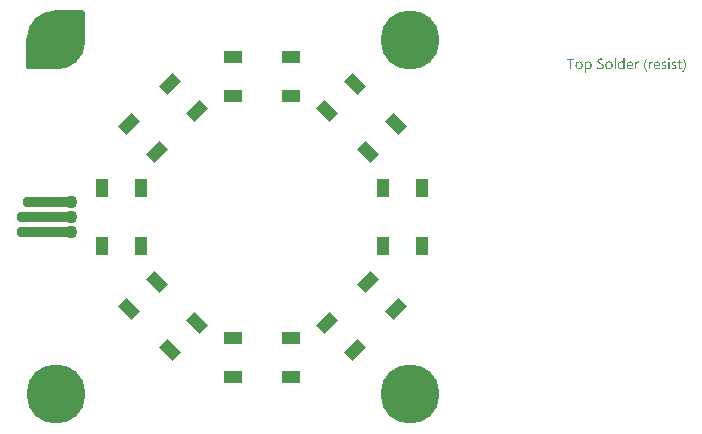
<source format=gts>
G04*
G04 #@! TF.GenerationSoftware,Altium Limited,Altium Designer,22.4.2 (48)*
G04*
G04 Layer_Color=8388736*
%FSAX44Y44*%
%MOMM*%
G71*
G04*
G04 #@! TF.SameCoordinates,0DF53AF2-F480-4E1A-B95F-C2B51B741BF4*
G04*
G04*
G04 #@! TF.FilePolarity,Negative*
G04*
G01*
G75*
%ADD17R,1.0500X1.6500*%
G04:AMPARAMS|DCode=18|XSize=1.65mm|YSize=1.05mm|CornerRadius=0mm|HoleSize=0mm|Usage=FLASHONLY|Rotation=225.000|XOffset=0mm|YOffset=0mm|HoleType=Round|Shape=Rectangle|*
%AMROTATEDRECTD18*
4,1,4,0.2121,0.9546,0.9546,0.2121,-0.2121,-0.9546,-0.9546,-0.2121,0.2121,0.9546,0.0*
%
%ADD18ROTATEDRECTD18*%

%ADD19R,1.6500X1.0500*%
G04:AMPARAMS|DCode=20|XSize=1.65mm|YSize=1.05mm|CornerRadius=0mm|HoleSize=0mm|Usage=FLASHONLY|Rotation=315.000|XOffset=0mm|YOffset=0mm|HoleType=Round|Shape=Rectangle|*
%AMROTATEDRECTD20*
4,1,4,-0.9546,0.2121,-0.2121,0.9546,0.9546,-0.2121,0.2121,-0.9546,-0.9546,0.2121,0.0*
%
%ADD20ROTATEDRECTD20*%

G04:AMPARAMS|DCode=21|XSize=0.9mm|YSize=4.3mm|CornerRadius=0.351mm|HoleSize=0mm|Usage=FLASHONLY|Rotation=90.000|XOffset=0mm|YOffset=0mm|HoleType=Round|Shape=RoundedRectangle|*
%AMROUNDEDRECTD21*
21,1,0.9000,3.5980,0,0,90.0*
21,1,0.1980,4.3000,0,0,90.0*
1,1,0.7020,1.7990,0.0990*
1,1,0.7020,1.7990,-0.0990*
1,1,0.7020,-1.7990,-0.0990*
1,1,0.7020,-1.7990,0.0990*
%
%ADD21ROUNDEDRECTD21*%
G04:AMPARAMS|DCode=22|XSize=0.9mm|YSize=4.8mm|CornerRadius=0.351mm|HoleSize=0mm|Usage=FLASHONLY|Rotation=90.000|XOffset=0mm|YOffset=0mm|HoleType=Round|Shape=RoundedRectangle|*
%AMROUNDEDRECTD22*
21,1,0.9000,4.0980,0,0,90.0*
21,1,0.1980,4.8000,0,0,90.0*
1,1,0.7020,2.0490,0.0990*
1,1,0.7020,2.0490,-0.0990*
1,1,0.7020,-2.0490,-0.0990*
1,1,0.7020,-2.0490,0.0990*
%
%ADD22ROUNDEDRECTD22*%
%ADD23C,5.0000*%
%ADD24C,0.1500*%
%ADD25C,1.1000*%
G36*
X00344311Y00134486D02*
X00344382Y00134470D01*
X00344452Y00134447D01*
X00344531Y00134408D01*
X00344609Y00134360D01*
X00344688Y00134298D01*
X00344696Y00134290D01*
X00344719Y00134266D01*
X00344751Y00134227D01*
X00344790Y00134172D01*
X00344821Y00134101D01*
X00344853Y00134023D01*
X00344876Y00133929D01*
X00344884Y00133827D01*
X00344884Y00133811D01*
X00344884Y00133780D01*
X00344876Y00133733D01*
X00344860Y00133662D01*
X00344837Y00133591D01*
X00344798Y00133513D01*
X00344751Y00133434D01*
X00344688Y00133356D01*
X00344680Y00133348D01*
X00344656Y00133324D01*
X00344609Y00133293D01*
X00344554Y00133262D01*
X00344484Y00133230D01*
X00344405Y00133199D01*
X00344319Y00133175D01*
X00344217Y00133167D01*
X00344170Y00133167D01*
X00344123Y00133175D01*
X00344052Y00133191D01*
X00343981Y00133215D01*
X00343903Y00133246D01*
X00343824Y00133285D01*
X00343746Y00133348D01*
X00343738Y00133356D01*
X00343715Y00133379D01*
X00343683Y00133426D01*
X00343652Y00133481D01*
X00343620Y00133544D01*
X00343589Y00133631D01*
X00343565Y00133725D01*
X00343558Y00133827D01*
X00343558Y00133842D01*
X00343558Y00133874D01*
X00343565Y00133929D01*
X00343581Y00133991D01*
X00343605Y00134070D01*
X00343636Y00134149D01*
X00343683Y00134227D01*
X00343746Y00134298D01*
X00343754Y00134305D01*
X00343777Y00134329D01*
X00343824Y00134360D01*
X00343879Y00134400D01*
X00343950Y00134431D01*
X00344029Y00134462D01*
X00344115Y00134486D01*
X00344217Y00134494D01*
X00344264Y00134494D01*
X00344311Y00134486D01*
X00344311Y00134486D02*
G37*
G36*
X00286961Y00134243D02*
X00287071Y00134243D01*
X00287197Y00134235D01*
X00287338Y00134227D01*
X00287487Y00134211D01*
X00287801Y00134172D01*
X00288115Y00134117D01*
X00288272Y00134078D01*
X00288413Y00134039D01*
X00288555Y00133984D01*
X00288672Y00133929D01*
X00288672Y00132751D01*
X00288664Y00132759D01*
X00288633Y00132775D01*
X00288594Y00132799D01*
X00288531Y00132838D01*
X00288453Y00132877D01*
X00288358Y00132924D01*
X00288249Y00132979D01*
X00288123Y00133026D01*
X00287982Y00133081D01*
X00287825Y00133128D01*
X00287660Y00133175D01*
X00287479Y00133215D01*
X00287291Y00133254D01*
X00287087Y00133277D01*
X00286867Y00133293D01*
X00286639Y00133301D01*
X00286514Y00133301D01*
X00286428Y00133293D01*
X00286326Y00133285D01*
X00286208Y00133269D01*
X00286082Y00133254D01*
X00285957Y00133230D01*
X00285941Y00133230D01*
X00285902Y00133215D01*
X00285839Y00133199D01*
X00285753Y00133175D01*
X00285658Y00133144D01*
X00285556Y00133105D01*
X00285446Y00133050D01*
X00285345Y00132995D01*
X00285337Y00132987D01*
X00285297Y00132963D01*
X00285250Y00132932D01*
X00285187Y00132885D01*
X00285125Y00132822D01*
X00285046Y00132751D01*
X00284976Y00132673D01*
X00284913Y00132579D01*
X00284905Y00132571D01*
X00284889Y00132532D01*
X00284858Y00132477D01*
X00284834Y00132406D01*
X00284803Y00132320D01*
X00284772Y00132210D01*
X00284756Y00132092D01*
X00284748Y00131959D01*
X00284748Y00131943D01*
X00284748Y00131904D01*
X00284756Y00131833D01*
X00284764Y00131755D01*
X00284779Y00131660D01*
X00284803Y00131558D01*
X00284834Y00131456D01*
X00284874Y00131362D01*
X00284881Y00131354D01*
X00284897Y00131323D01*
X00284928Y00131276D01*
X00284968Y00131213D01*
X00285023Y00131143D01*
X00285086Y00131064D01*
X00285164Y00130985D01*
X00285250Y00130907D01*
X00285258Y00130899D01*
X00285297Y00130876D01*
X00285352Y00130829D01*
X00285423Y00130781D01*
X00285509Y00130719D01*
X00285611Y00130656D01*
X00285729Y00130577D01*
X00285855Y00130507D01*
X00285863Y00130507D01*
X00285870Y00130499D01*
X00285917Y00130475D01*
X00285996Y00130436D01*
X00286090Y00130381D01*
X00286216Y00130326D01*
X00286357Y00130256D01*
X00286514Y00130177D01*
X00286679Y00130091D01*
X00286687Y00130091D01*
X00286702Y00130083D01*
X00286726Y00130067D01*
X00286757Y00130051D01*
X00286804Y00130028D01*
X00286851Y00130004D01*
X00286969Y00129942D01*
X00287110Y00129863D01*
X00287267Y00129777D01*
X00287424Y00129691D01*
X00287589Y00129588D01*
X00287597Y00129588D01*
X00287605Y00129581D01*
X00287628Y00129565D01*
X00287660Y00129541D01*
X00287746Y00129486D01*
X00287848Y00129416D01*
X00287966Y00129329D01*
X00288092Y00129235D01*
X00288217Y00129125D01*
X00288343Y00129008D01*
X00288358Y00128992D01*
X00288398Y00128953D01*
X00288453Y00128890D01*
X00288531Y00128804D01*
X00288610Y00128701D01*
X00288696Y00128584D01*
X00288774Y00128450D01*
X00288853Y00128309D01*
X00288853Y00128301D01*
X00288861Y00128293D01*
X00288869Y00128270D01*
X00288884Y00128238D01*
X00288916Y00128160D01*
X00288955Y00128058D01*
X00288986Y00127924D01*
X00289018Y00127775D01*
X00289041Y00127611D01*
X00289049Y00127430D01*
X00289049Y00127422D01*
X00289049Y00127399D01*
X00289049Y00127367D01*
X00289049Y00127320D01*
X00289041Y00127265D01*
X00289033Y00127195D01*
X00289025Y00127124D01*
X00289018Y00127045D01*
X00288986Y00126865D01*
X00288939Y00126677D01*
X00288876Y00126488D01*
X00288790Y00126308D01*
X00288790Y00126300D01*
X00288782Y00126284D01*
X00288766Y00126261D01*
X00288743Y00126229D01*
X00288688Y00126151D01*
X00288610Y00126041D01*
X00288507Y00125923D01*
X00288390Y00125798D01*
X00288249Y00125680D01*
X00288092Y00125562D01*
X00288084Y00125562D01*
X00288068Y00125546D01*
X00288044Y00125539D01*
X00288013Y00125515D01*
X00287974Y00125492D01*
X00287919Y00125468D01*
X00287801Y00125405D01*
X00287652Y00125342D01*
X00287479Y00125272D01*
X00287291Y00125209D01*
X00287079Y00125154D01*
X00287071Y00125154D01*
X00287055Y00125146D01*
X00287024Y00125146D01*
X00286977Y00125138D01*
X00286930Y00125123D01*
X00286867Y00125115D01*
X00286796Y00125107D01*
X00286710Y00125091D01*
X00286530Y00125068D01*
X00286326Y00125052D01*
X00286106Y00125036D01*
X00285870Y00125028D01*
X00285784Y00125028D01*
X00285729Y00125036D01*
X00285651Y00125036D01*
X00285556Y00125044D01*
X00285454Y00125052D01*
X00285345Y00125068D01*
X00285329Y00125068D01*
X00285290Y00125076D01*
X00285227Y00125083D01*
X00285148Y00125091D01*
X00285054Y00125107D01*
X00284944Y00125123D01*
X00284834Y00125138D01*
X00284709Y00125162D01*
X00284693Y00125162D01*
X00284654Y00125170D01*
X00284591Y00125185D01*
X00284513Y00125209D01*
X00284418Y00125225D01*
X00284316Y00125256D01*
X00284097Y00125319D01*
X00284081Y00125327D01*
X00284049Y00125335D01*
X00283995Y00125358D01*
X00283932Y00125382D01*
X00283861Y00125413D01*
X00283783Y00125452D01*
X00283704Y00125492D01*
X00283633Y00125539D01*
X00283633Y00126771D01*
X00283641Y00126763D01*
X00283673Y00126739D01*
X00283720Y00126700D01*
X00283775Y00126661D01*
X00283853Y00126606D01*
X00283940Y00126551D01*
X00284034Y00126488D01*
X00284144Y00126433D01*
X00284159Y00126426D01*
X00284199Y00126410D01*
X00284254Y00126378D01*
X00284332Y00126347D01*
X00284426Y00126308D01*
X00284528Y00126261D01*
X00284646Y00126214D01*
X00284764Y00126174D01*
X00284779Y00126166D01*
X00284819Y00126159D01*
X00284889Y00126143D01*
X00284968Y00126119D01*
X00285070Y00126088D01*
X00285180Y00126064D01*
X00285423Y00126017D01*
X00285439Y00126017D01*
X00285478Y00126010D01*
X00285541Y00126002D01*
X00285627Y00125994D01*
X00285721Y00125978D01*
X00285823Y00125970D01*
X00286035Y00125962D01*
X00286129Y00125962D01*
X00286192Y00125970D01*
X00286271Y00125970D01*
X00286365Y00125978D01*
X00286467Y00125994D01*
X00286577Y00126010D01*
X00286812Y00126049D01*
X00287048Y00126111D01*
X00287275Y00126198D01*
X00287377Y00126253D01*
X00287472Y00126316D01*
X00287479Y00126323D01*
X00287495Y00126331D01*
X00287519Y00126355D01*
X00287550Y00126386D01*
X00287581Y00126418D01*
X00287621Y00126465D01*
X00287668Y00126520D01*
X00287715Y00126582D01*
X00287754Y00126653D01*
X00287801Y00126724D01*
X00287880Y00126904D01*
X00287903Y00127006D01*
X00287927Y00127116D01*
X00287942Y00127226D01*
X00287950Y00127352D01*
X00287950Y00127359D01*
X00287950Y00127367D01*
X00287950Y00127414D01*
X00287942Y00127477D01*
X00287935Y00127563D01*
X00287911Y00127666D01*
X00287887Y00127768D01*
X00287848Y00127877D01*
X00287793Y00127979D01*
X00287785Y00127995D01*
X00287762Y00128027D01*
X00287731Y00128074D01*
X00287683Y00128144D01*
X00287621Y00128215D01*
X00287542Y00128301D01*
X00287456Y00128380D01*
X00287354Y00128466D01*
X00287338Y00128474D01*
X00287307Y00128505D01*
X00287244Y00128552D01*
X00287165Y00128607D01*
X00287063Y00128670D01*
X00286954Y00128741D01*
X00286828Y00128819D01*
X00286687Y00128890D01*
X00286679Y00128890D01*
X00286671Y00128898D01*
X00286647Y00128913D01*
X00286624Y00128929D01*
X00286545Y00128968D01*
X00286443Y00129023D01*
X00286318Y00129086D01*
X00286176Y00129157D01*
X00286027Y00129235D01*
X00285863Y00129322D01*
X00285855Y00129322D01*
X00285839Y00129329D01*
X00285815Y00129345D01*
X00285784Y00129361D01*
X00285698Y00129408D01*
X00285580Y00129471D01*
X00285446Y00129541D01*
X00285297Y00129620D01*
X00284991Y00129800D01*
X00284984Y00129800D01*
X00284976Y00129808D01*
X00284952Y00129824D01*
X00284921Y00129840D01*
X00284850Y00129895D01*
X00284756Y00129957D01*
X00284646Y00130036D01*
X00284528Y00130130D01*
X00284410Y00130224D01*
X00284293Y00130334D01*
X00284277Y00130350D01*
X00284246Y00130389D01*
X00284191Y00130444D01*
X00284120Y00130522D01*
X00284049Y00130625D01*
X00283971Y00130734D01*
X00283892Y00130860D01*
X00283822Y00130993D01*
X00283822Y00131001D01*
X00283814Y00131009D01*
X00283806Y00131033D01*
X00283798Y00131064D01*
X00283767Y00131143D01*
X00283736Y00131244D01*
X00283704Y00131370D01*
X00283673Y00131519D01*
X00283657Y00131684D01*
X00283649Y00131865D01*
X00283649Y00131872D01*
X00283649Y00131888D01*
X00283649Y00131927D01*
X00283657Y00131967D01*
X00283657Y00132022D01*
X00283665Y00132084D01*
X00283681Y00132226D01*
X00283712Y00132390D01*
X00283759Y00132571D01*
X00283830Y00132751D01*
X00283916Y00132924D01*
X00283916Y00132932D01*
X00283932Y00132948D01*
X00283948Y00132971D01*
X00283963Y00133003D01*
X00284026Y00133081D01*
X00284104Y00133191D01*
X00284207Y00133309D01*
X00284324Y00133434D01*
X00284458Y00133552D01*
X00284615Y00133670D01*
X00284622Y00133670D01*
X00284638Y00133685D01*
X00284662Y00133701D01*
X00284693Y00133717D01*
X00284732Y00133740D01*
X00284779Y00133772D01*
X00284905Y00133834D01*
X00285054Y00133905D01*
X00285219Y00133976D01*
X00285407Y00134046D01*
X00285611Y00134101D01*
X00285619Y00134101D01*
X00285635Y00134109D01*
X00285666Y00134117D01*
X00285706Y00134125D01*
X00285760Y00134133D01*
X00285815Y00134149D01*
X00285886Y00134164D01*
X00285965Y00134180D01*
X00286137Y00134203D01*
X00286326Y00134227D01*
X00286537Y00134243D01*
X00286749Y00134250D01*
X00286875Y00134250D01*
X00286961Y00134243D01*
X00286961Y00134243D02*
G37*
G36*
X00306685Y00125177D02*
X00305665Y00125177D01*
X00305665Y00126253D01*
X00305641Y00126253D01*
X00305633Y00126237D01*
X00305610Y00126198D01*
X00305562Y00126143D01*
X00305508Y00126064D01*
X00305429Y00125970D01*
X00305343Y00125868D01*
X00305233Y00125758D01*
X00305099Y00125641D01*
X00304958Y00125523D01*
X00304793Y00125413D01*
X00304613Y00125311D01*
X00304417Y00125217D01*
X00304205Y00125138D01*
X00303969Y00125083D01*
X00303718Y00125044D01*
X00303451Y00125028D01*
X00303396Y00125028D01*
X00303333Y00125036D01*
X00303255Y00125044D01*
X00303153Y00125052D01*
X00303035Y00125076D01*
X00302902Y00125099D01*
X00302761Y00125138D01*
X00302611Y00125177D01*
X00302454Y00125240D01*
X00302297Y00125303D01*
X00302133Y00125389D01*
X00301976Y00125484D01*
X00301819Y00125601D01*
X00301670Y00125735D01*
X00301528Y00125884D01*
X00301521Y00125892D01*
X00301497Y00125923D01*
X00301465Y00125970D01*
X00301418Y00126041D01*
X00301364Y00126127D01*
X00301301Y00126229D01*
X00301238Y00126355D01*
X00301175Y00126496D01*
X00301105Y00126653D01*
X00301042Y00126826D01*
X00300979Y00127022D01*
X00300924Y00127226D01*
X00300877Y00127446D01*
X00300846Y00127689D01*
X00300822Y00127940D01*
X00300814Y00128207D01*
X00300814Y00128215D01*
X00300814Y00128223D01*
X00300814Y00128246D01*
X00300814Y00128278D01*
X00300822Y00128356D01*
X00300830Y00128466D01*
X00300838Y00128607D01*
X00300853Y00128757D01*
X00300877Y00128929D01*
X00300916Y00129117D01*
X00300955Y00129314D01*
X00301010Y00129526D01*
X00301073Y00129730D01*
X00301152Y00129950D01*
X00301238Y00130154D01*
X00301348Y00130358D01*
X00301465Y00130554D01*
X00301607Y00130742D01*
X00301615Y00130750D01*
X00301646Y00130781D01*
X00301693Y00130829D01*
X00301756Y00130891D01*
X00301834Y00130962D01*
X00301929Y00131048D01*
X00302046Y00131135D01*
X00302172Y00131221D01*
X00302321Y00131307D01*
X00302478Y00131394D01*
X00302651Y00131480D01*
X00302839Y00131551D01*
X00303043Y00131613D01*
X00303263Y00131660D01*
X00303491Y00131692D01*
X00303734Y00131700D01*
X00303789Y00131700D01*
X00303859Y00131692D01*
X00303946Y00131684D01*
X00304056Y00131668D01*
X00304181Y00131645D01*
X00304315Y00131613D01*
X00304464Y00131574D01*
X00304621Y00131519D01*
X00304778Y00131449D01*
X00304935Y00131362D01*
X00305092Y00131260D01*
X00305241Y00131143D01*
X00305390Y00131009D01*
X00305523Y00130844D01*
X00305641Y00130664D01*
X00305665Y00130664D01*
X00305665Y00134612D01*
X00306685Y00134612D01*
X00306685Y00125177D01*
X00306685Y00125177D02*
G37*
G36*
X00276295Y00131692D02*
X00276381Y00131684D01*
X00276483Y00131676D01*
X00276601Y00131653D01*
X00276735Y00131629D01*
X00276884Y00131590D01*
X00277033Y00131543D01*
X00277190Y00131488D01*
X00277347Y00131417D01*
X00277512Y00131339D01*
X00277669Y00131237D01*
X00277818Y00131119D01*
X00277967Y00130985D01*
X00278100Y00130836D01*
X00278108Y00130829D01*
X00278132Y00130797D01*
X00278163Y00130750D01*
X00278210Y00130679D01*
X00278257Y00130593D01*
X00278320Y00130491D01*
X00278383Y00130365D01*
X00278446Y00130232D01*
X00278508Y00130075D01*
X00278571Y00129902D01*
X00278634Y00129714D01*
X00278681Y00129510D01*
X00278728Y00129290D01*
X00278759Y00129055D01*
X00278783Y00128804D01*
X00278791Y00128545D01*
X00278791Y00128537D01*
X00278791Y00128529D01*
X00278791Y00128505D01*
X00278791Y00128474D01*
X00278783Y00128388D01*
X00278775Y00128278D01*
X00278767Y00128144D01*
X00278752Y00127987D01*
X00278728Y00127815D01*
X00278697Y00127626D01*
X00278650Y00127430D01*
X00278603Y00127218D01*
X00278540Y00127006D01*
X00278461Y00126794D01*
X00278375Y00126582D01*
X00278273Y00126370D01*
X00278147Y00126174D01*
X00278014Y00125986D01*
X00278006Y00125978D01*
X00277975Y00125947D01*
X00277935Y00125900D01*
X00277873Y00125837D01*
X00277794Y00125766D01*
X00277700Y00125680D01*
X00277582Y00125594D01*
X00277457Y00125507D01*
X00277315Y00125421D01*
X00277151Y00125335D01*
X00276978Y00125248D01*
X00276789Y00125177D01*
X00276586Y00125115D01*
X00276366Y00125068D01*
X00276130Y00125036D01*
X00275887Y00125028D01*
X00275832Y00125028D01*
X00275769Y00125036D01*
X00275683Y00125044D01*
X00275581Y00125060D01*
X00275463Y00125083D01*
X00275330Y00125115D01*
X00275181Y00125162D01*
X00275032Y00125217D01*
X00274874Y00125287D01*
X00274718Y00125374D01*
X00274553Y00125476D01*
X00274396Y00125601D01*
X00274247Y00125743D01*
X00274105Y00125907D01*
X00273972Y00126096D01*
X00273948Y00126096D01*
X00273948Y00122250D01*
X00272928Y00122250D01*
X00272928Y00131551D01*
X00273948Y00131551D01*
X00273948Y00130428D01*
X00273972Y00130428D01*
X00273980Y00130444D01*
X00274011Y00130483D01*
X00274050Y00130546D01*
X00274113Y00130625D01*
X00274192Y00130726D01*
X00274286Y00130829D01*
X00274404Y00130946D01*
X00274529Y00131064D01*
X00274678Y00131182D01*
X00274843Y00131299D01*
X00275024Y00131402D01*
X00275220Y00131503D01*
X00275432Y00131582D01*
X00275667Y00131645D01*
X00275910Y00131684D01*
X00276177Y00131700D01*
X00276232Y00131700D01*
X00276295Y00131692D01*
X00276295Y00131692D02*
G37*
G36*
X00348981Y00131692D02*
X00349052Y00131692D01*
X00349138Y00131684D01*
X00349232Y00131676D01*
X00349334Y00131660D01*
X00349570Y00131629D01*
X00349813Y00131574D01*
X00350072Y00131503D01*
X00350323Y00131409D01*
X00350323Y00130373D01*
X00350315Y00130381D01*
X00350292Y00130397D01*
X00350252Y00130413D01*
X00350197Y00130444D01*
X00350135Y00130483D01*
X00350056Y00130522D01*
X00349962Y00130562D01*
X00349860Y00130609D01*
X00349742Y00130648D01*
X00349624Y00130687D01*
X00349491Y00130726D01*
X00349350Y00130766D01*
X00349193Y00130797D01*
X00349036Y00130813D01*
X00348879Y00130829D01*
X00348706Y00130836D01*
X00348604Y00130836D01*
X00348534Y00130829D01*
X00348455Y00130821D01*
X00348369Y00130805D01*
X00348188Y00130766D01*
X00348180Y00130766D01*
X00348149Y00130758D01*
X00348110Y00130742D01*
X00348055Y00130719D01*
X00347929Y00130664D01*
X00347796Y00130585D01*
X00347788Y00130577D01*
X00347772Y00130562D01*
X00347741Y00130538D01*
X00347702Y00130507D01*
X00347615Y00130420D01*
X00347537Y00130303D01*
X00347537Y00130295D01*
X00347521Y00130271D01*
X00347513Y00130240D01*
X00347498Y00130193D01*
X00347482Y00130146D01*
X00347466Y00130083D01*
X00347458Y00130012D01*
X00347450Y00129942D01*
X00347450Y00129934D01*
X00347450Y00129902D01*
X00347458Y00129855D01*
X00347458Y00129792D01*
X00347474Y00129730D01*
X00347490Y00129659D01*
X00347505Y00129588D01*
X00347537Y00129518D01*
X00347545Y00129510D01*
X00347552Y00129486D01*
X00347576Y00129455D01*
X00347607Y00129416D01*
X00347647Y00129376D01*
X00347686Y00129322D01*
X00347804Y00129220D01*
X00347812Y00129212D01*
X00347835Y00129196D01*
X00347874Y00129172D01*
X00347921Y00129141D01*
X00347984Y00129110D01*
X00348055Y00129070D01*
X00348141Y00129023D01*
X00348228Y00128984D01*
X00348235Y00128976D01*
X00348275Y00128968D01*
X00348322Y00128945D01*
X00348392Y00128921D01*
X00348479Y00128882D01*
X00348573Y00128843D01*
X00348675Y00128804D01*
X00348793Y00128757D01*
X00348800Y00128757D01*
X00348808Y00128749D01*
X00348832Y00128741D01*
X00348863Y00128733D01*
X00348942Y00128701D01*
X00349044Y00128654D01*
X00349161Y00128607D01*
X00349295Y00128552D01*
X00349428Y00128490D01*
X00349554Y00128427D01*
X00349562Y00128427D01*
X00349570Y00128419D01*
X00349609Y00128396D01*
X00349672Y00128364D01*
X00349750Y00128317D01*
X00349844Y00128254D01*
X00349939Y00128191D01*
X00350033Y00128113D01*
X00350127Y00128034D01*
X00350135Y00128027D01*
X00350166Y00127995D01*
X00350205Y00127956D01*
X00350260Y00127893D01*
X00350315Y00127823D01*
X00350378Y00127736D01*
X00350433Y00127642D01*
X00350488Y00127540D01*
X00350496Y00127524D01*
X00350511Y00127493D01*
X00350527Y00127430D01*
X00350551Y00127352D01*
X00350574Y00127257D01*
X00350598Y00127148D01*
X00350606Y00127022D01*
X00350614Y00126881D01*
X00350614Y00126873D01*
X00350614Y00126857D01*
X00350614Y00126834D01*
X00350614Y00126802D01*
X00350606Y00126716D01*
X00350590Y00126598D01*
X00350559Y00126473D01*
X00350527Y00126331D01*
X00350472Y00126190D01*
X00350402Y00126057D01*
X00350394Y00126041D01*
X00350362Y00126002D01*
X00350315Y00125939D01*
X00350252Y00125852D01*
X00350174Y00125766D01*
X00350080Y00125664D01*
X00349970Y00125570D01*
X00349844Y00125476D01*
X00349829Y00125468D01*
X00349781Y00125436D01*
X00349711Y00125397D01*
X00349617Y00125350D01*
X00349499Y00125295D01*
X00349358Y00125240D01*
X00349209Y00125185D01*
X00349044Y00125138D01*
X00349036Y00125138D01*
X00349020Y00125130D01*
X00348997Y00125130D01*
X00348965Y00125123D01*
X00348926Y00125115D01*
X00348879Y00125107D01*
X00348761Y00125083D01*
X00348612Y00125060D01*
X00348455Y00125044D01*
X00348282Y00125036D01*
X00348094Y00125028D01*
X00348000Y00125028D01*
X00347929Y00125036D01*
X00347843Y00125036D01*
X00347749Y00125052D01*
X00347631Y00125060D01*
X00347513Y00125076D01*
X00347380Y00125099D01*
X00347246Y00125123D01*
X00346964Y00125185D01*
X00346674Y00125280D01*
X00346532Y00125342D01*
X00346391Y00125405D01*
X00346391Y00126496D01*
X00346399Y00126488D01*
X00346430Y00126473D01*
X00346477Y00126441D01*
X00346540Y00126402D01*
X00346618Y00126355D01*
X00346705Y00126300D01*
X00346815Y00126245D01*
X00346932Y00126190D01*
X00347066Y00126135D01*
X00347207Y00126080D01*
X00347356Y00126025D01*
X00347513Y00125978D01*
X00347686Y00125939D01*
X00347859Y00125907D01*
X00348039Y00125892D01*
X00348228Y00125884D01*
X00348282Y00125884D01*
X00348353Y00125892D01*
X00348439Y00125900D01*
X00348541Y00125915D01*
X00348651Y00125931D01*
X00348777Y00125962D01*
X00348903Y00125994D01*
X00349020Y00126041D01*
X00349146Y00126104D01*
X00349256Y00126174D01*
X00349358Y00126261D01*
X00349444Y00126363D01*
X00349515Y00126480D01*
X00349554Y00126622D01*
X00349570Y00126700D01*
X00349570Y00126779D01*
X00349570Y00126786D01*
X00349570Y00126826D01*
X00349562Y00126873D01*
X00349554Y00126928D01*
X00349538Y00126998D01*
X00349523Y00127069D01*
X00349491Y00127140D01*
X00349452Y00127210D01*
X00349444Y00127218D01*
X00349428Y00127242D01*
X00349405Y00127273D01*
X00349373Y00127320D01*
X00349326Y00127367D01*
X00349279Y00127422D01*
X00349216Y00127469D01*
X00349146Y00127524D01*
X00349138Y00127532D01*
X00349114Y00127548D01*
X00349067Y00127571D01*
X00349012Y00127611D01*
X00348950Y00127650D01*
X00348871Y00127689D01*
X00348777Y00127728D01*
X00348683Y00127768D01*
X00348667Y00127775D01*
X00348636Y00127783D01*
X00348581Y00127807D01*
X00348510Y00127838D01*
X00348432Y00127877D01*
X00348330Y00127917D01*
X00348228Y00127956D01*
X00348118Y00128003D01*
X00348110Y00128003D01*
X00348102Y00128011D01*
X00348078Y00128019D01*
X00348047Y00128034D01*
X00347968Y00128066D01*
X00347867Y00128105D01*
X00347749Y00128160D01*
X00347623Y00128215D01*
X00347498Y00128278D01*
X00347372Y00128341D01*
X00347356Y00128348D01*
X00347317Y00128372D01*
X00347262Y00128403D01*
X00347184Y00128450D01*
X00347097Y00128513D01*
X00347011Y00128576D01*
X00346917Y00128647D01*
X00346830Y00128725D01*
X00346823Y00128733D01*
X00346799Y00128764D01*
X00346760Y00128804D01*
X00346713Y00128866D01*
X00346658Y00128937D01*
X00346603Y00129023D01*
X00346556Y00129110D01*
X00346509Y00129212D01*
X00346501Y00129227D01*
X00346493Y00129259D01*
X00346477Y00129322D01*
X00346462Y00129392D01*
X00346438Y00129486D01*
X00346422Y00129596D01*
X00346414Y00129722D01*
X00346407Y00129855D01*
X00346407Y00129863D01*
X00346407Y00129879D01*
X00346407Y00129902D01*
X00346407Y00129934D01*
X00346414Y00130012D01*
X00346430Y00130122D01*
X00346454Y00130248D01*
X00346493Y00130381D01*
X00346540Y00130515D01*
X00346611Y00130648D01*
X00346611Y00130656D01*
X00346618Y00130664D01*
X00346650Y00130703D01*
X00346697Y00130766D01*
X00346752Y00130852D01*
X00346830Y00130938D01*
X00346925Y00131033D01*
X00347034Y00131135D01*
X00347152Y00131221D01*
X00347160Y00131221D01*
X00347168Y00131229D01*
X00347215Y00131260D01*
X00347286Y00131299D01*
X00347380Y00131354D01*
X00347498Y00131409D01*
X00347631Y00131472D01*
X00347780Y00131527D01*
X00347937Y00131574D01*
X00347945Y00131574D01*
X00347961Y00131582D01*
X00347984Y00131590D01*
X00348016Y00131598D01*
X00348055Y00131606D01*
X00348102Y00131613D01*
X00348212Y00131637D01*
X00348353Y00131660D01*
X00348502Y00131684D01*
X00348667Y00131692D01*
X00348840Y00131700D01*
X00348918Y00131700D01*
X00348981Y00131692D01*
X00348981Y00131692D02*
G37*
G36*
X00340489Y00131692D02*
X00340559Y00131692D01*
X00340646Y00131684D01*
X00340740Y00131676D01*
X00340842Y00131660D01*
X00341077Y00131629D01*
X00341321Y00131574D01*
X00341580Y00131503D01*
X00341831Y00131409D01*
X00341831Y00130373D01*
X00341823Y00130381D01*
X00341800Y00130397D01*
X00341760Y00130413D01*
X00341705Y00130444D01*
X00341642Y00130483D01*
X00341564Y00130522D01*
X00341470Y00130562D01*
X00341368Y00130609D01*
X00341250Y00130648D01*
X00341132Y00130687D01*
X00340999Y00130726D01*
X00340858Y00130766D01*
X00340701Y00130797D01*
X00340544Y00130813D01*
X00340387Y00130829D01*
X00340214Y00130836D01*
X00340112Y00130836D01*
X00340041Y00130829D01*
X00339963Y00130821D01*
X00339877Y00130805D01*
X00339696Y00130766D01*
X00339688Y00130766D01*
X00339657Y00130758D01*
X00339618Y00130742D01*
X00339563Y00130719D01*
X00339437Y00130664D01*
X00339304Y00130585D01*
X00339296Y00130577D01*
X00339280Y00130562D01*
X00339249Y00130538D01*
X00339210Y00130507D01*
X00339123Y00130420D01*
X00339045Y00130303D01*
X00339045Y00130295D01*
X00339029Y00130271D01*
X00339021Y00130240D01*
X00339005Y00130193D01*
X00338990Y00130146D01*
X00338974Y00130083D01*
X00338966Y00130012D01*
X00338958Y00129942D01*
X00338958Y00129934D01*
X00338958Y00129902D01*
X00338966Y00129855D01*
X00338966Y00129792D01*
X00338982Y00129730D01*
X00338997Y00129659D01*
X00339013Y00129588D01*
X00339045Y00129518D01*
X00339053Y00129510D01*
X00339060Y00129486D01*
X00339084Y00129455D01*
X00339115Y00129416D01*
X00339155Y00129376D01*
X00339194Y00129322D01*
X00339311Y00129220D01*
X00339319Y00129212D01*
X00339343Y00129196D01*
X00339382Y00129172D01*
X00339429Y00129141D01*
X00339492Y00129110D01*
X00339563Y00129070D01*
X00339649Y00129023D01*
X00339735Y00128984D01*
X00339743Y00128976D01*
X00339782Y00128968D01*
X00339829Y00128945D01*
X00339900Y00128921D01*
X00339986Y00128882D01*
X00340081Y00128843D01*
X00340183Y00128804D01*
X00340300Y00128757D01*
X00340308Y00128757D01*
X00340316Y00128749D01*
X00340340Y00128741D01*
X00340371Y00128733D01*
X00340449Y00128701D01*
X00340552Y00128654D01*
X00340669Y00128607D01*
X00340803Y00128552D01*
X00340936Y00128490D01*
X00341062Y00128427D01*
X00341070Y00128427D01*
X00341077Y00128419D01*
X00341117Y00128396D01*
X00341180Y00128364D01*
X00341258Y00128317D01*
X00341352Y00128254D01*
X00341446Y00128191D01*
X00341540Y00128113D01*
X00341635Y00128034D01*
X00341642Y00128027D01*
X00341674Y00127995D01*
X00341713Y00127956D01*
X00341768Y00127893D01*
X00341823Y00127823D01*
X00341886Y00127736D01*
X00341941Y00127642D01*
X00341996Y00127540D01*
X00342004Y00127524D01*
X00342019Y00127493D01*
X00342035Y00127430D01*
X00342058Y00127352D01*
X00342082Y00127257D01*
X00342106Y00127148D01*
X00342113Y00127022D01*
X00342121Y00126881D01*
X00342121Y00126873D01*
X00342121Y00126857D01*
X00342121Y00126834D01*
X00342121Y00126802D01*
X00342113Y00126716D01*
X00342098Y00126598D01*
X00342066Y00126473D01*
X00342035Y00126331D01*
X00341980Y00126190D01*
X00341909Y00126057D01*
X00341902Y00126041D01*
X00341870Y00126002D01*
X00341823Y00125939D01*
X00341760Y00125852D01*
X00341682Y00125766D01*
X00341588Y00125664D01*
X00341478Y00125570D01*
X00341352Y00125476D01*
X00341336Y00125468D01*
X00341289Y00125436D01*
X00341219Y00125397D01*
X00341124Y00125350D01*
X00341007Y00125295D01*
X00340866Y00125240D01*
X00340716Y00125185D01*
X00340552Y00125138D01*
X00340544Y00125138D01*
X00340528Y00125130D01*
X00340504Y00125130D01*
X00340473Y00125123D01*
X00340434Y00125115D01*
X00340387Y00125107D01*
X00340269Y00125083D01*
X00340120Y00125060D01*
X00339963Y00125044D01*
X00339790Y00125036D01*
X00339602Y00125028D01*
X00339508Y00125028D01*
X00339437Y00125036D01*
X00339351Y00125036D01*
X00339257Y00125052D01*
X00339139Y00125060D01*
X00339021Y00125076D01*
X00338888Y00125099D01*
X00338754Y00125123D01*
X00338472Y00125185D01*
X00338181Y00125280D01*
X00338040Y00125342D01*
X00337899Y00125405D01*
X00337899Y00126496D01*
X00337907Y00126488D01*
X00337938Y00126473D01*
X00337985Y00126441D01*
X00338048Y00126402D01*
X00338126Y00126355D01*
X00338213Y00126300D01*
X00338323Y00126245D01*
X00338440Y00126190D01*
X00338574Y00126135D01*
X00338715Y00126080D01*
X00338864Y00126025D01*
X00339021Y00125978D01*
X00339194Y00125939D01*
X00339366Y00125907D01*
X00339547Y00125892D01*
X00339735Y00125884D01*
X00339790Y00125884D01*
X00339861Y00125892D01*
X00339947Y00125900D01*
X00340049Y00125915D01*
X00340159Y00125931D01*
X00340285Y00125962D01*
X00340410Y00125994D01*
X00340528Y00126041D01*
X00340654Y00126104D01*
X00340764Y00126174D01*
X00340866Y00126261D01*
X00340952Y00126363D01*
X00341022Y00126480D01*
X00341062Y00126622D01*
X00341077Y00126700D01*
X00341077Y00126779D01*
X00341077Y00126786D01*
X00341077Y00126826D01*
X00341070Y00126873D01*
X00341062Y00126928D01*
X00341046Y00126998D01*
X00341030Y00127069D01*
X00340999Y00127140D01*
X00340960Y00127210D01*
X00340952Y00127218D01*
X00340936Y00127242D01*
X00340913Y00127273D01*
X00340881Y00127320D01*
X00340834Y00127367D01*
X00340787Y00127422D01*
X00340724Y00127469D01*
X00340654Y00127524D01*
X00340646Y00127532D01*
X00340622Y00127548D01*
X00340575Y00127571D01*
X00340520Y00127611D01*
X00340457Y00127650D01*
X00340379Y00127689D01*
X00340285Y00127728D01*
X00340191Y00127768D01*
X00340175Y00127775D01*
X00340143Y00127783D01*
X00340089Y00127807D01*
X00340018Y00127838D01*
X00339939Y00127877D01*
X00339837Y00127917D01*
X00339735Y00127956D01*
X00339625Y00128003D01*
X00339618Y00128003D01*
X00339610Y00128011D01*
X00339586Y00128019D01*
X00339555Y00128034D01*
X00339476Y00128066D01*
X00339374Y00128105D01*
X00339257Y00128160D01*
X00339131Y00128215D01*
X00339005Y00128278D01*
X00338880Y00128341D01*
X00338864Y00128348D01*
X00338825Y00128372D01*
X00338770Y00128403D01*
X00338691Y00128450D01*
X00338605Y00128513D01*
X00338519Y00128576D01*
X00338425Y00128647D01*
X00338338Y00128725D01*
X00338330Y00128733D01*
X00338307Y00128764D01*
X00338268Y00128804D01*
X00338220Y00128866D01*
X00338166Y00128937D01*
X00338111Y00129023D01*
X00338064Y00129110D01*
X00338017Y00129212D01*
X00338009Y00129227D01*
X00338001Y00129259D01*
X00337985Y00129322D01*
X00337969Y00129392D01*
X00337946Y00129486D01*
X00337930Y00129596D01*
X00337922Y00129722D01*
X00337914Y00129855D01*
X00337914Y00129863D01*
X00337914Y00129879D01*
X00337914Y00129902D01*
X00337914Y00129934D01*
X00337922Y00130012D01*
X00337938Y00130122D01*
X00337962Y00130248D01*
X00338001Y00130381D01*
X00338048Y00130515D01*
X00338119Y00130648D01*
X00338119Y00130656D01*
X00338126Y00130664D01*
X00338158Y00130703D01*
X00338205Y00130766D01*
X00338260Y00130852D01*
X00338338Y00130938D01*
X00338432Y00131033D01*
X00338542Y00131135D01*
X00338660Y00131221D01*
X00338668Y00131221D01*
X00338676Y00131229D01*
X00338723Y00131260D01*
X00338793Y00131299D01*
X00338888Y00131354D01*
X00339005Y00131409D01*
X00339139Y00131472D01*
X00339288Y00131527D01*
X00339445Y00131574D01*
X00339453Y00131574D01*
X00339468Y00131582D01*
X00339492Y00131590D01*
X00339523Y00131598D01*
X00339563Y00131606D01*
X00339610Y00131613D01*
X00339720Y00131637D01*
X00339861Y00131660D01*
X00340010Y00131684D01*
X00340175Y00131692D01*
X00340348Y00131700D01*
X00340426Y00131700D01*
X00340489Y00131692D01*
X00340489Y00131692D02*
G37*
G36*
X00330042Y00131653D02*
X00330129Y00131653D01*
X00330223Y00131637D01*
X00330325Y00131621D01*
X00330427Y00131606D01*
X00330513Y00131574D01*
X00330513Y00130515D01*
X00330498Y00130522D01*
X00330466Y00130546D01*
X00330403Y00130577D01*
X00330317Y00130617D01*
X00330199Y00130656D01*
X00330074Y00130687D01*
X00329917Y00130711D01*
X00329736Y00130719D01*
X00329673Y00130719D01*
X00329626Y00130711D01*
X00329571Y00130703D01*
X00329509Y00130687D01*
X00329360Y00130640D01*
X00329273Y00130609D01*
X00329187Y00130569D01*
X00329093Y00130515D01*
X00328998Y00130460D01*
X00328912Y00130389D01*
X00328818Y00130303D01*
X00328732Y00130209D01*
X00328645Y00130099D01*
X00328637Y00130091D01*
X00328629Y00130067D01*
X00328606Y00130036D01*
X00328575Y00129989D01*
X00328543Y00129926D01*
X00328504Y00129847D01*
X00328465Y00129761D01*
X00328425Y00129659D01*
X00328386Y00129549D01*
X00328347Y00129424D01*
X00328308Y00129282D01*
X00328276Y00129133D01*
X00328245Y00128968D01*
X00328221Y00128796D01*
X00328214Y00128615D01*
X00328206Y00128419D01*
X00328206Y00125177D01*
X00327185Y00125177D01*
X00327185Y00131551D01*
X00328206Y00131551D01*
X00328206Y00130232D01*
X00328229Y00130232D01*
X00328229Y00130240D01*
X00328237Y00130263D01*
X00328253Y00130295D01*
X00328269Y00130342D01*
X00328292Y00130397D01*
X00328323Y00130468D01*
X00328394Y00130617D01*
X00328488Y00130789D01*
X00328606Y00130962D01*
X00328739Y00131127D01*
X00328896Y00131284D01*
X00328904Y00131292D01*
X00328920Y00131299D01*
X00328943Y00131315D01*
X00328975Y00131347D01*
X00329014Y00131370D01*
X00329069Y00131402D01*
X00329187Y00131472D01*
X00329336Y00131543D01*
X00329509Y00131606D01*
X00329697Y00131645D01*
X00329799Y00131653D01*
X00329901Y00131660D01*
X00329964Y00131660D01*
X00330042Y00131653D01*
X00330042Y00131653D02*
G37*
G36*
X00318269Y00131653D02*
X00318356Y00131653D01*
X00318450Y00131637D01*
X00318552Y00131621D01*
X00318654Y00131606D01*
X00318740Y00131574D01*
X00318740Y00130515D01*
X00318725Y00130522D01*
X00318693Y00130546D01*
X00318630Y00130577D01*
X00318544Y00130617D01*
X00318426Y00130656D01*
X00318301Y00130687D01*
X00318144Y00130711D01*
X00317963Y00130719D01*
X00317901Y00130719D01*
X00317853Y00130711D01*
X00317799Y00130703D01*
X00317736Y00130687D01*
X00317587Y00130640D01*
X00317500Y00130609D01*
X00317414Y00130569D01*
X00317320Y00130515D01*
X00317225Y00130460D01*
X00317139Y00130389D01*
X00317045Y00130303D01*
X00316959Y00130209D01*
X00316872Y00130099D01*
X00316864Y00130091D01*
X00316857Y00130067D01*
X00316833Y00130036D01*
X00316802Y00129989D01*
X00316770Y00129926D01*
X00316731Y00129847D01*
X00316692Y00129761D01*
X00316653Y00129659D01*
X00316613Y00129549D01*
X00316574Y00129424D01*
X00316535Y00129282D01*
X00316504Y00129133D01*
X00316472Y00128968D01*
X00316448Y00128796D01*
X00316441Y00128615D01*
X00316433Y00128419D01*
X00316433Y00125177D01*
X00315413Y00125177D01*
X00315413Y00131551D01*
X00316433Y00131551D01*
X00316433Y00130232D01*
X00316456Y00130232D01*
X00316456Y00130240D01*
X00316464Y00130263D01*
X00316480Y00130295D01*
X00316496Y00130342D01*
X00316519Y00130397D01*
X00316551Y00130468D01*
X00316621Y00130617D01*
X00316715Y00130789D01*
X00316833Y00130962D01*
X00316966Y00131127D01*
X00317124Y00131284D01*
X00317131Y00131292D01*
X00317147Y00131299D01*
X00317171Y00131315D01*
X00317202Y00131347D01*
X00317241Y00131370D01*
X00317296Y00131402D01*
X00317414Y00131472D01*
X00317563Y00131543D01*
X00317736Y00131606D01*
X00317924Y00131645D01*
X00318026Y00131653D01*
X00318128Y00131660D01*
X00318191Y00131660D01*
X00318269Y00131653D01*
X00318269Y00131653D02*
G37*
G36*
X00344711Y00125177D02*
X00343691Y00125177D01*
X00343691Y00131551D01*
X00344711Y00131551D01*
X00344711Y00125177D01*
X00344711Y00125177D02*
G37*
G36*
X00299182Y00125177D02*
X00298161Y00125177D01*
X00298161Y00134612D01*
X00299182Y00134612D01*
X00299182Y00125177D01*
X00299182Y00125177D02*
G37*
G36*
X00264193Y00133152D02*
X00261618Y00133152D01*
X00261618Y00125177D01*
X00260574Y00125177D01*
X00260574Y00133152D01*
X00258000Y00133152D01*
X00258000Y00134101D01*
X00264193Y00134101D01*
X00264193Y00133152D01*
X00264193Y00133152D02*
G37*
G36*
X00353533Y00131551D02*
X00355142Y00131551D01*
X00355142Y00130672D01*
X00353533Y00130672D01*
X00353533Y00127085D01*
X00353533Y00127077D01*
X00353533Y00127053D01*
X00353533Y00127022D01*
X00353533Y00126983D01*
X00353541Y00126928D01*
X00353549Y00126865D01*
X00353564Y00126732D01*
X00353588Y00126575D01*
X00353627Y00126426D01*
X00353682Y00126284D01*
X00353714Y00126221D01*
X00353753Y00126166D01*
X00353761Y00126159D01*
X00353792Y00126127D01*
X00353847Y00126080D01*
X00353926Y00126033D01*
X00354028Y00125978D01*
X00354153Y00125939D01*
X00354302Y00125907D01*
X00354475Y00125892D01*
X00354538Y00125892D01*
X00354608Y00125900D01*
X00354703Y00125915D01*
X00354805Y00125947D01*
X00354922Y00125978D01*
X00355032Y00126033D01*
X00355142Y00126104D01*
X00355142Y00125232D01*
X00355134Y00125232D01*
X00355126Y00125225D01*
X00355103Y00125217D01*
X00355079Y00125201D01*
X00354993Y00125170D01*
X00354891Y00125138D01*
X00354750Y00125107D01*
X00354585Y00125076D01*
X00354397Y00125052D01*
X00354185Y00125044D01*
X00354114Y00125044D01*
X00354028Y00125060D01*
X00353926Y00125076D01*
X00353800Y00125099D01*
X00353659Y00125146D01*
X00353502Y00125201D01*
X00353353Y00125280D01*
X00353196Y00125374D01*
X00353039Y00125499D01*
X00352897Y00125648D01*
X00352835Y00125735D01*
X00352772Y00125829D01*
X00352717Y00125931D01*
X00352670Y00126041D01*
X00352623Y00126159D01*
X00352584Y00126292D01*
X00352552Y00126426D01*
X00352528Y00126575D01*
X00352521Y00126732D01*
X00352513Y00126904D01*
X00352513Y00130672D01*
X00351422Y00130672D01*
X00351422Y00131551D01*
X00352513Y00131551D01*
X00352513Y00133105D01*
X00353533Y00133434D01*
X00353533Y00131551D01*
X00353533Y00131551D02*
G37*
G36*
X00334241Y00131692D02*
X00334328Y00131684D01*
X00334437Y00131676D01*
X00334555Y00131660D01*
X00334689Y00131629D01*
X00334830Y00131598D01*
X00334987Y00131558D01*
X00335144Y00131503D01*
X00335301Y00131433D01*
X00335466Y00131354D01*
X00335623Y00131260D01*
X00335772Y00131150D01*
X00335921Y00131025D01*
X00336054Y00130884D01*
X00336062Y00130876D01*
X00336086Y00130844D01*
X00336117Y00130797D01*
X00336164Y00130734D01*
X00336211Y00130656D01*
X00336274Y00130554D01*
X00336337Y00130436D01*
X00336400Y00130303D01*
X00336462Y00130146D01*
X00336525Y00129981D01*
X00336588Y00129792D01*
X00336635Y00129596D01*
X00336682Y00129376D01*
X00336714Y00129149D01*
X00336737Y00128898D01*
X00336745Y00128639D01*
X00336745Y00128105D01*
X00332240Y00128105D01*
X00332240Y00128089D01*
X00332240Y00128058D01*
X00332248Y00128003D01*
X00332256Y00127932D01*
X00332263Y00127838D01*
X00332279Y00127736D01*
X00332295Y00127626D01*
X00332326Y00127501D01*
X00332397Y00127234D01*
X00332444Y00127100D01*
X00332499Y00126959D01*
X00332562Y00126826D01*
X00332632Y00126692D01*
X00332719Y00126575D01*
X00332813Y00126457D01*
X00332821Y00126449D01*
X00332836Y00126433D01*
X00332868Y00126402D01*
X00332915Y00126370D01*
X00332970Y00126323D01*
X00333041Y00126276D01*
X00333119Y00126221D01*
X00333205Y00126174D01*
X00333307Y00126119D01*
X00333425Y00126064D01*
X00333543Y00126017D01*
X00333684Y00125970D01*
X00333825Y00125939D01*
X00333982Y00125907D01*
X00334147Y00125892D01*
X00334320Y00125884D01*
X00334367Y00125884D01*
X00334422Y00125892D01*
X00334500Y00125892D01*
X00334594Y00125907D01*
X00334704Y00125923D01*
X00334830Y00125947D01*
X00334971Y00125970D01*
X00335120Y00126010D01*
X00335277Y00126057D01*
X00335442Y00126111D01*
X00335607Y00126182D01*
X00335780Y00126261D01*
X00335952Y00126355D01*
X00336125Y00126465D01*
X00336298Y00126590D01*
X00336298Y00125633D01*
X00336290Y00125625D01*
X00336258Y00125609D01*
X00336211Y00125578D01*
X00336148Y00125539D01*
X00336062Y00125492D01*
X00335960Y00125444D01*
X00335842Y00125389D01*
X00335709Y00125335D01*
X00335552Y00125272D01*
X00335387Y00125217D01*
X00335207Y00125170D01*
X00335010Y00125123D01*
X00334799Y00125083D01*
X00334571Y00125052D01*
X00334328Y00125036D01*
X00334076Y00125028D01*
X00334014Y00125028D01*
X00333951Y00125036D01*
X00333857Y00125044D01*
X00333739Y00125052D01*
X00333606Y00125076D01*
X00333464Y00125099D01*
X00333307Y00125138D01*
X00333143Y00125185D01*
X00332970Y00125240D01*
X00332789Y00125311D01*
X00332617Y00125389D01*
X00332436Y00125492D01*
X00332271Y00125609D01*
X00332107Y00125743D01*
X00331957Y00125892D01*
X00331950Y00125900D01*
X00331926Y00125931D01*
X00331887Y00125986D01*
X00331840Y00126057D01*
X00331777Y00126143D01*
X00331714Y00126253D01*
X00331643Y00126378D01*
X00331573Y00126528D01*
X00331502Y00126685D01*
X00331432Y00126873D01*
X00331369Y00127069D01*
X00331306Y00127289D01*
X00331259Y00127524D01*
X00331220Y00127775D01*
X00331196Y00128050D01*
X00331188Y00128333D01*
X00331188Y00128341D01*
X00331188Y00128348D01*
X00331188Y00128372D01*
X00331188Y00128396D01*
X00331196Y00128474D01*
X00331204Y00128584D01*
X00331212Y00128709D01*
X00331235Y00128851D01*
X00331259Y00129016D01*
X00331290Y00129196D01*
X00331337Y00129384D01*
X00331392Y00129581D01*
X00331463Y00129785D01*
X00331541Y00129989D01*
X00331636Y00130185D01*
X00331753Y00130389D01*
X00331879Y00130577D01*
X00332028Y00130758D01*
X00332036Y00130766D01*
X00332067Y00130797D01*
X00332114Y00130844D01*
X00332177Y00130907D01*
X00332263Y00130978D01*
X00332365Y00131056D01*
X00332475Y00131143D01*
X00332609Y00131229D01*
X00332750Y00131315D01*
X00332915Y00131402D01*
X00333088Y00131480D01*
X00333268Y00131551D01*
X00333464Y00131613D01*
X00333676Y00131660D01*
X00333896Y00131692D01*
X00334124Y00131700D01*
X00334179Y00131700D01*
X00334241Y00131692D01*
X00334241Y00131692D02*
G37*
G36*
X00311371Y00131692D02*
X00311457Y00131684D01*
X00311567Y00131676D01*
X00311684Y00131660D01*
X00311818Y00131629D01*
X00311959Y00131598D01*
X00312116Y00131558D01*
X00312273Y00131503D01*
X00312430Y00131433D01*
X00312595Y00131354D01*
X00312752Y00131260D01*
X00312901Y00131150D01*
X00313050Y00131025D01*
X00313183Y00130884D01*
X00313191Y00130876D01*
X00313215Y00130844D01*
X00313246Y00130797D01*
X00313293Y00130734D01*
X00313340Y00130656D01*
X00313403Y00130554D01*
X00313466Y00130436D01*
X00313529Y00130303D01*
X00313592Y00130146D01*
X00313654Y00129981D01*
X00313717Y00129792D01*
X00313764Y00129596D01*
X00313811Y00129376D01*
X00313843Y00129149D01*
X00313866Y00128898D01*
X00313874Y00128639D01*
X00313874Y00128105D01*
X00309369Y00128105D01*
X00309369Y00128089D01*
X00309369Y00128058D01*
X00309377Y00128003D01*
X00309385Y00127932D01*
X00309393Y00127838D01*
X00309408Y00127736D01*
X00309424Y00127626D01*
X00309455Y00127501D01*
X00309526Y00127234D01*
X00309573Y00127100D01*
X00309628Y00126959D01*
X00309691Y00126826D01*
X00309762Y00126692D01*
X00309848Y00126575D01*
X00309942Y00126457D01*
X00309950Y00126449D01*
X00309966Y00126433D01*
X00309997Y00126402D01*
X00310044Y00126370D01*
X00310099Y00126323D01*
X00310170Y00126276D01*
X00310248Y00126221D01*
X00310334Y00126174D01*
X00310436Y00126119D01*
X00310554Y00126064D01*
X00310672Y00126017D01*
X00310813Y00125970D01*
X00310954Y00125939D01*
X00311112Y00125907D01*
X00311276Y00125892D01*
X00311449Y00125884D01*
X00311496Y00125884D01*
X00311551Y00125892D01*
X00311630Y00125892D01*
X00311724Y00125907D01*
X00311833Y00125923D01*
X00311959Y00125947D01*
X00312100Y00125970D01*
X00312250Y00126010D01*
X00312407Y00126057D01*
X00312571Y00126111D01*
X00312736Y00126182D01*
X00312909Y00126261D01*
X00313081Y00126355D01*
X00313254Y00126465D01*
X00313427Y00126590D01*
X00313427Y00125633D01*
X00313419Y00125625D01*
X00313388Y00125609D01*
X00313340Y00125578D01*
X00313278Y00125539D01*
X00313191Y00125492D01*
X00313089Y00125444D01*
X00312972Y00125389D01*
X00312838Y00125335D01*
X00312681Y00125272D01*
X00312516Y00125217D01*
X00312336Y00125170D01*
X00312140Y00125123D01*
X00311928Y00125083D01*
X00311700Y00125052D01*
X00311457Y00125036D01*
X00311206Y00125028D01*
X00311143Y00125028D01*
X00311080Y00125036D01*
X00310986Y00125044D01*
X00310868Y00125052D01*
X00310735Y00125076D01*
X00310593Y00125099D01*
X00310436Y00125138D01*
X00310272Y00125185D01*
X00310099Y00125240D01*
X00309918Y00125311D01*
X00309746Y00125389D01*
X00309565Y00125492D01*
X00309401Y00125609D01*
X00309236Y00125743D01*
X00309086Y00125892D01*
X00309079Y00125900D01*
X00309055Y00125931D01*
X00309016Y00125986D01*
X00308969Y00126057D01*
X00308906Y00126143D01*
X00308843Y00126253D01*
X00308773Y00126378D01*
X00308702Y00126528D01*
X00308631Y00126685D01*
X00308561Y00126873D01*
X00308498Y00127069D01*
X00308435Y00127289D01*
X00308388Y00127524D01*
X00308349Y00127775D01*
X00308325Y00128050D01*
X00308317Y00128333D01*
X00308317Y00128341D01*
X00308317Y00128348D01*
X00308317Y00128372D01*
X00308317Y00128396D01*
X00308325Y00128474D01*
X00308333Y00128584D01*
X00308341Y00128709D01*
X00308365Y00128851D01*
X00308388Y00129016D01*
X00308419Y00129196D01*
X00308466Y00129384D01*
X00308521Y00129581D01*
X00308592Y00129785D01*
X00308671Y00129989D01*
X00308765Y00130185D01*
X00308883Y00130389D01*
X00309008Y00130577D01*
X00309157Y00130758D01*
X00309165Y00130766D01*
X00309196Y00130797D01*
X00309244Y00130844D01*
X00309306Y00130907D01*
X00309393Y00130978D01*
X00309495Y00131056D01*
X00309604Y00131143D01*
X00309738Y00131229D01*
X00309879Y00131315D01*
X00310044Y00131402D01*
X00310217Y00131480D01*
X00310397Y00131551D01*
X00310593Y00131613D01*
X00310805Y00131660D01*
X00311025Y00131692D01*
X00311253Y00131700D01*
X00311308Y00131700D01*
X00311371Y00131692D01*
X00311371Y00131692D02*
G37*
G36*
X00293640Y00131692D02*
X00293743Y00131684D01*
X00293860Y00131676D01*
X00294002Y00131653D01*
X00294151Y00131629D01*
X00294315Y00131590D01*
X00294496Y00131543D01*
X00294676Y00131488D01*
X00294857Y00131417D01*
X00295045Y00131331D01*
X00295226Y00131229D01*
X00295406Y00131111D01*
X00295571Y00130978D01*
X00295728Y00130821D01*
X00295736Y00130813D01*
X00295760Y00130781D01*
X00295799Y00130726D01*
X00295854Y00130656D01*
X00295917Y00130569D01*
X00295979Y00130460D01*
X00296058Y00130334D01*
X00296129Y00130185D01*
X00296207Y00130020D01*
X00296278Y00129840D01*
X00296340Y00129643D01*
X00296403Y00129424D01*
X00296458Y00129188D01*
X00296497Y00128937D01*
X00296521Y00128670D01*
X00296529Y00128388D01*
X00296529Y00128380D01*
X00296529Y00128372D01*
X00296529Y00128348D01*
X00296529Y00128317D01*
X00296521Y00128238D01*
X00296513Y00128136D01*
X00296505Y00128003D01*
X00296482Y00127854D01*
X00296458Y00127689D01*
X00296419Y00127509D01*
X00296372Y00127320D01*
X00296317Y00127116D01*
X00296246Y00126912D01*
X00296168Y00126708D01*
X00296066Y00126504D01*
X00295948Y00126308D01*
X00295814Y00126119D01*
X00295665Y00125939D01*
X00295658Y00125931D01*
X00295626Y00125900D01*
X00295579Y00125852D01*
X00295508Y00125798D01*
X00295422Y00125727D01*
X00295320Y00125648D01*
X00295194Y00125570D01*
X00295053Y00125484D01*
X00294896Y00125397D01*
X00294724Y00125319D01*
X00294535Y00125240D01*
X00294331Y00125170D01*
X00294104Y00125115D01*
X00293868Y00125068D01*
X00293625Y00125036D01*
X00293358Y00125028D01*
X00293295Y00125028D01*
X00293225Y00125036D01*
X00293123Y00125044D01*
X00293005Y00125052D01*
X00292864Y00125076D01*
X00292714Y00125099D01*
X00292549Y00125138D01*
X00292369Y00125185D01*
X00292188Y00125248D01*
X00292000Y00125319D01*
X00291812Y00125405D01*
X00291623Y00125507D01*
X00291435Y00125625D01*
X00291262Y00125758D01*
X00291098Y00125915D01*
X00291090Y00125923D01*
X00291058Y00125955D01*
X00291019Y00126010D01*
X00290964Y00126080D01*
X00290901Y00126166D01*
X00290831Y00126276D01*
X00290760Y00126402D01*
X00290682Y00126551D01*
X00290603Y00126708D01*
X00290525Y00126889D01*
X00290454Y00127085D01*
X00290391Y00127297D01*
X00290336Y00127516D01*
X00290297Y00127760D01*
X00290266Y00128019D01*
X00290258Y00128286D01*
X00290258Y00128293D01*
X00290258Y00128301D01*
X00290258Y00128325D01*
X00290258Y00128356D01*
X00290266Y00128442D01*
X00290273Y00128552D01*
X00290281Y00128686D01*
X00290305Y00128843D01*
X00290328Y00129016D01*
X00290368Y00129204D01*
X00290415Y00129400D01*
X00290470Y00129604D01*
X00290540Y00129816D01*
X00290627Y00130028D01*
X00290729Y00130232D01*
X00290839Y00130428D01*
X00290972Y00130617D01*
X00291129Y00130797D01*
X00291137Y00130805D01*
X00291168Y00130836D01*
X00291223Y00130884D01*
X00291294Y00130938D01*
X00291380Y00131009D01*
X00291490Y00131080D01*
X00291616Y00131166D01*
X00291757Y00131252D01*
X00291914Y00131331D01*
X00292094Y00131417D01*
X00292290Y00131488D01*
X00292502Y00131558D01*
X00292730Y00131613D01*
X00292973Y00131660D01*
X00293232Y00131692D01*
X00293507Y00131700D01*
X00293570Y00131700D01*
X00293640Y00131692D01*
X00293640Y00131692D02*
G37*
G36*
X00268407Y00131692D02*
X00268509Y00131684D01*
X00268627Y00131676D01*
X00268768Y00131653D01*
X00268917Y00131629D01*
X00269082Y00131590D01*
X00269263Y00131543D01*
X00269443Y00131488D01*
X00269624Y00131417D01*
X00269812Y00131331D01*
X00269993Y00131229D01*
X00270173Y00131111D01*
X00270338Y00130978D01*
X00270495Y00130821D01*
X00270503Y00130813D01*
X00270526Y00130781D01*
X00270566Y00130726D01*
X00270620Y00130656D01*
X00270683Y00130569D01*
X00270746Y00130460D01*
X00270825Y00130334D01*
X00270895Y00130185D01*
X00270974Y00130020D01*
X00271044Y00129840D01*
X00271107Y00129643D01*
X00271170Y00129424D01*
X00271225Y00129188D01*
X00271264Y00128937D01*
X00271288Y00128670D01*
X00271296Y00128388D01*
X00271296Y00128380D01*
X00271296Y00128372D01*
X00271296Y00128348D01*
X00271296Y00128317D01*
X00271288Y00128238D01*
X00271280Y00128136D01*
X00271272Y00128003D01*
X00271248Y00127854D01*
X00271225Y00127689D01*
X00271186Y00127509D01*
X00271138Y00127320D01*
X00271084Y00127116D01*
X00271013Y00126912D01*
X00270935Y00126708D01*
X00270833Y00126504D01*
X00270715Y00126308D01*
X00270581Y00126119D01*
X00270432Y00125939D01*
X00270424Y00125931D01*
X00270393Y00125900D01*
X00270346Y00125852D01*
X00270275Y00125798D01*
X00270189Y00125727D01*
X00270087Y00125648D01*
X00269961Y00125570D01*
X00269820Y00125484D01*
X00269663Y00125397D01*
X00269490Y00125319D01*
X00269302Y00125240D01*
X00269098Y00125170D01*
X00268870Y00125115D01*
X00268635Y00125068D01*
X00268391Y00125036D01*
X00268125Y00125028D01*
X00268062Y00125028D01*
X00267991Y00125036D01*
X00267889Y00125044D01*
X00267771Y00125052D01*
X00267630Y00125076D01*
X00267481Y00125099D01*
X00267316Y00125138D01*
X00267136Y00125185D01*
X00266955Y00125248D01*
X00266767Y00125319D01*
X00266579Y00125405D01*
X00266390Y00125507D01*
X00266202Y00125625D01*
X00266029Y00125758D01*
X00265864Y00125915D01*
X00265856Y00125923D01*
X00265825Y00125955D01*
X00265786Y00126010D01*
X00265731Y00126080D01*
X00265668Y00126166D01*
X00265597Y00126276D01*
X00265527Y00126402D01*
X00265448Y00126551D01*
X00265370Y00126708D01*
X00265291Y00126889D01*
X00265221Y00127085D01*
X00265158Y00127297D01*
X00265103Y00127516D01*
X00265064Y00127760D01*
X00265032Y00128019D01*
X00265025Y00128286D01*
X00265025Y00128293D01*
X00265025Y00128301D01*
X00265025Y00128325D01*
X00265025Y00128356D01*
X00265032Y00128442D01*
X00265040Y00128552D01*
X00265048Y00128686D01*
X00265072Y00128843D01*
X00265095Y00129016D01*
X00265134Y00129204D01*
X00265182Y00129400D01*
X00265236Y00129604D01*
X00265307Y00129816D01*
X00265393Y00130028D01*
X00265495Y00130232D01*
X00265605Y00130428D01*
X00265739Y00130617D01*
X00265896Y00130797D01*
X00265903Y00130805D01*
X00265935Y00130836D01*
X00265990Y00130884D01*
X00266061Y00130938D01*
X00266147Y00131009D01*
X00266257Y00131080D01*
X00266382Y00131166D01*
X00266524Y00131252D01*
X00266681Y00131331D01*
X00266861Y00131417D01*
X00267057Y00131488D01*
X00267269Y00131558D01*
X00267497Y00131613D01*
X00267740Y00131660D01*
X00267999Y00131692D01*
X00268274Y00131700D01*
X00268337Y00131700D01*
X00268407Y00131692D01*
X00268407Y00131692D02*
G37*
G36*
X-00152764Y00175148D02*
X-00152530Y00175120D01*
X-00152299Y00175074D01*
X-00152072Y00175010D01*
X-00151851Y00174928D01*
X-00151637Y00174830D01*
X-00151431Y00174715D01*
X-00151235Y00174584D01*
X-00151050Y00174438D01*
X-00150877Y00174278D01*
X-00150717Y00174104D01*
X-00150571Y00173919D01*
X-00150440Y00173723D01*
X-00150325Y00173518D01*
X-00150226Y00173304D01*
X-00150144Y00173083D01*
X-00150080Y00172856D01*
X-00150034Y00172624D01*
X-00150007Y00172390D01*
X-00149998Y00172155D01*
X-00149998Y00149000D01*
X-00150007Y00148764D01*
X-00150034Y00148530D01*
X-00150080Y00148299D01*
X-00150144Y00148072D01*
X-00150185Y00147962D01*
X-00150226Y00147851D01*
X-00150275Y00147744D01*
X-00150325Y00147637D01*
X-00150366Y00147563D01*
X-00150440Y00147431D01*
X-00150571Y00147235D01*
X-00150717Y00147050D01*
X-00150794Y00146967D01*
X-00150877Y00146877D01*
X-00150877Y00146877D01*
X-00171877Y00125877D01*
X-00172050Y00125717D01*
X-00172235Y00125571D01*
X-00172431Y00125440D01*
X-00172637Y00125325D01*
X-00172851Y00125226D01*
X-00173072Y00125145D01*
X-00173299Y00125081D01*
X-00173530Y00125035D01*
X-00173764Y00125007D01*
X-00174000Y00124998D01*
X-00197155Y00124998D01*
X-00197390Y00125007D01*
X-00197624Y00125035D01*
X-00197855Y00125081D01*
X-00198082Y00125145D01*
X-00198303Y00125226D01*
X-00198517Y00125325D01*
X-00198723Y00125440D01*
X-00198919Y00125571D01*
X-00199104Y00125717D01*
X-00199277Y00125877D01*
X-00199437Y00126050D01*
X-00199583Y00126235D01*
X-00199714Y00126431D01*
X-00199830Y00126637D01*
X-00199928Y00126851D01*
X-00200010Y00127072D01*
X-00200074Y00127299D01*
X-00200120Y00127530D01*
X-00200147Y00127764D01*
X-00200157Y00128000D01*
X-00200157Y00149845D01*
X-00200157Y00149845D01*
X-00200147Y00150081D01*
X-00200120Y00150315D01*
X-00200074Y00150546D01*
X-00200010Y00150773D01*
X-00199928Y00150994D01*
X-00199830Y00151208D01*
X-00199714Y00151414D01*
X-00199583Y00151610D01*
X-00199437Y00151795D01*
X-00199277Y00151968D01*
X-00176968Y00174278D01*
X-00176795Y00174438D01*
X-00176610Y00174584D01*
X-00176414Y00174715D01*
X-00176208Y00174830D01*
X-00175994Y00174928D01*
X-00175773Y00175010D01*
X-00175546Y00175074D01*
X-00175315Y00175120D01*
X-00175081Y00175148D01*
X-00174845Y00175157D01*
X-00153000Y00175157D01*
X-00152764Y00175148D01*
X-00152764Y00175148D02*
G37*
G36*
X00356531Y00134094D02*
X00356547Y00134078D01*
X00356571Y00134039D01*
X00356610Y00133999D01*
X00356649Y00133937D01*
X00356704Y00133866D01*
X00356759Y00133787D01*
X00356830Y00133693D01*
X00356900Y00133591D01*
X00356979Y00133474D01*
X00357057Y00133348D01*
X00357144Y00133207D01*
X00357230Y00133057D01*
X00357316Y00132900D01*
X00357402Y00132736D01*
X00357497Y00132555D01*
X00357591Y00132367D01*
X00357677Y00132171D01*
X00357763Y00131967D01*
X00357858Y00131747D01*
X00357936Y00131527D01*
X00358023Y00131292D01*
X00358093Y00131056D01*
X00358164Y00130805D01*
X00358289Y00130287D01*
X00358344Y00130020D01*
X00358384Y00129745D01*
X00358423Y00129463D01*
X00358446Y00129172D01*
X00358462Y00128874D01*
X00358470Y00128576D01*
X00358470Y00128568D01*
X00358470Y00128537D01*
X00358470Y00128497D01*
X00358470Y00128435D01*
X00358462Y00128356D01*
X00358454Y00128262D01*
X00358446Y00128160D01*
X00358438Y00128034D01*
X00358431Y00127909D01*
X00358407Y00127760D01*
X00358391Y00127603D01*
X00358368Y00127438D01*
X00358336Y00127265D01*
X00358305Y00127077D01*
X00358266Y00126889D01*
X00358227Y00126692D01*
X00358125Y00126269D01*
X00357991Y00125837D01*
X00357834Y00125382D01*
X00357748Y00125154D01*
X00357646Y00124926D01*
X00357544Y00124699D01*
X00357426Y00124471D01*
X00357300Y00124243D01*
X00357167Y00124016D01*
X00357018Y00123796D01*
X00356869Y00123576D01*
X00356704Y00123364D01*
X00356524Y00123153D01*
X00355621Y00123153D01*
X00355629Y00123160D01*
X00355644Y00123176D01*
X00355668Y00123215D01*
X00355707Y00123263D01*
X00355746Y00123317D01*
X00355801Y00123388D01*
X00355856Y00123467D01*
X00355927Y00123561D01*
X00355998Y00123671D01*
X00356068Y00123788D01*
X00356155Y00123914D01*
X00356233Y00124055D01*
X00356319Y00124204D01*
X00356406Y00124361D01*
X00356500Y00124526D01*
X00356594Y00124707D01*
X00356680Y00124887D01*
X00356775Y00125083D01*
X00356861Y00125287D01*
X00356947Y00125499D01*
X00357034Y00125719D01*
X00357112Y00125947D01*
X00357253Y00126426D01*
X00357379Y00126936D01*
X00357434Y00127195D01*
X00357473Y00127462D01*
X00357512Y00127736D01*
X00357536Y00128019D01*
X00357552Y00128301D01*
X00357560Y00128592D01*
X00357560Y00128600D01*
X00357560Y00128631D01*
X00357560Y00128670D01*
X00357560Y00128733D01*
X00357552Y00128804D01*
X00357544Y00128898D01*
X00357536Y00129000D01*
X00357528Y00129117D01*
X00357512Y00129251D01*
X00357497Y00129392D01*
X00357481Y00129549D01*
X00357458Y00129714D01*
X00357426Y00129887D01*
X00357395Y00130067D01*
X00357355Y00130256D01*
X00357316Y00130460D01*
X00357214Y00130876D01*
X00357081Y00131315D01*
X00357010Y00131543D01*
X00356924Y00131770D01*
X00356837Y00132006D01*
X00356735Y00132241D01*
X00356626Y00132477D01*
X00356508Y00132712D01*
X00356382Y00132948D01*
X00356249Y00133183D01*
X00356107Y00133419D01*
X00355951Y00133646D01*
X00355786Y00133874D01*
X00355605Y00134101D01*
X00356524Y00134101D01*
X00356531Y00134094D01*
X00356531Y00134094D02*
G37*
G36*
X00326024Y00134094D02*
X00326008Y00134078D01*
X00325985Y00134039D01*
X00325945Y00133991D01*
X00325906Y00133937D01*
X00325851Y00133866D01*
X00325788Y00133780D01*
X00325726Y00133685D01*
X00325655Y00133575D01*
X00325576Y00133458D01*
X00325498Y00133324D01*
X00325412Y00133183D01*
X00325325Y00133034D01*
X00325239Y00132877D01*
X00325145Y00132704D01*
X00325058Y00132524D01*
X00324964Y00132335D01*
X00324870Y00132139D01*
X00324784Y00131927D01*
X00324697Y00131715D01*
X00324611Y00131496D01*
X00324533Y00131260D01*
X00324384Y00130774D01*
X00324258Y00130263D01*
X00324203Y00130004D01*
X00324164Y00129730D01*
X00324124Y00129455D01*
X00324101Y00129172D01*
X00324085Y00128882D01*
X00324077Y00128592D01*
X00324077Y00128584D01*
X00324077Y00128560D01*
X00324077Y00128513D01*
X00324085Y00128450D01*
X00324085Y00128380D01*
X00324093Y00128286D01*
X00324101Y00128183D01*
X00324109Y00128066D01*
X00324124Y00127940D01*
X00324140Y00127799D01*
X00324156Y00127650D01*
X00324179Y00127485D01*
X00324211Y00127312D01*
X00324242Y00127132D01*
X00324274Y00126944D01*
X00324321Y00126747D01*
X00324423Y00126331D01*
X00324548Y00125892D01*
X00324705Y00125444D01*
X00324799Y00125217D01*
X00324894Y00124981D01*
X00325004Y00124754D01*
X00325121Y00124518D01*
X00325239Y00124283D01*
X00325380Y00124055D01*
X00325522Y00123828D01*
X00325678Y00123600D01*
X00325843Y00123372D01*
X00326016Y00123153D01*
X00325106Y00123153D01*
X00325098Y00123160D01*
X00325082Y00123176D01*
X00325058Y00123208D01*
X00325027Y00123255D01*
X00324980Y00123310D01*
X00324925Y00123380D01*
X00324870Y00123459D01*
X00324807Y00123545D01*
X00324737Y00123647D01*
X00324658Y00123765D01*
X00324580Y00123883D01*
X00324501Y00124016D01*
X00324415Y00124165D01*
X00324321Y00124314D01*
X00324234Y00124479D01*
X00324148Y00124652D01*
X00324054Y00124840D01*
X00323968Y00125028D01*
X00323873Y00125232D01*
X00323795Y00125444D01*
X00323708Y00125664D01*
X00323630Y00125892D01*
X00323551Y00126127D01*
X00323481Y00126370D01*
X00323363Y00126881D01*
X00323308Y00127148D01*
X00323269Y00127414D01*
X00323230Y00127697D01*
X00323206Y00127987D01*
X00323190Y00128278D01*
X00323183Y00128576D01*
X00323183Y00128584D01*
X00323183Y00128615D01*
X00323183Y00128654D01*
X00323190Y00128717D01*
X00323190Y00128796D01*
X00323198Y00128890D01*
X00323206Y00129000D01*
X00323214Y00129117D01*
X00323222Y00129251D01*
X00323245Y00129400D01*
X00323261Y00129557D01*
X00323285Y00129722D01*
X00323308Y00129902D01*
X00323347Y00130083D01*
X00323379Y00130279D01*
X00323426Y00130483D01*
X00323528Y00130907D01*
X00323653Y00131347D01*
X00323811Y00131810D01*
X00323897Y00132037D01*
X00323991Y00132273D01*
X00324101Y00132508D01*
X00324211Y00132744D01*
X00324336Y00132979D01*
X00324470Y00133207D01*
X00324611Y00133434D01*
X00324768Y00133662D01*
X00324933Y00133882D01*
X00325106Y00134101D01*
X00326032Y00134101D01*
X00326024Y00134094D01*
X00326024Y00134094D02*
G37*
%LPC*%
G36*
X00303859Y00130836D02*
X00303820Y00130836D01*
X00303773Y00130829D01*
X00303702Y00130829D01*
X00303624Y00130813D01*
X00303538Y00130797D01*
X00303435Y00130781D01*
X00303326Y00130750D01*
X00303208Y00130719D01*
X00303090Y00130672D01*
X00302973Y00130617D01*
X00302847Y00130546D01*
X00302729Y00130468D01*
X00302611Y00130381D01*
X00302494Y00130271D01*
X00302392Y00130154D01*
X00302384Y00130146D01*
X00302368Y00130122D01*
X00302345Y00130083D01*
X00302305Y00130028D01*
X00302266Y00129957D01*
X00302227Y00129871D01*
X00302172Y00129777D01*
X00302125Y00129659D01*
X00302078Y00129534D01*
X00302031Y00129392D01*
X00301984Y00129235D01*
X00301944Y00129070D01*
X00301905Y00128882D01*
X00301882Y00128694D01*
X00301866Y00128482D01*
X00301858Y00128262D01*
X00301858Y00128246D01*
X00301858Y00128215D01*
X00301858Y00128152D01*
X00301866Y00128082D01*
X00301874Y00127987D01*
X00301882Y00127877D01*
X00301897Y00127760D01*
X00301921Y00127626D01*
X00301984Y00127352D01*
X00302023Y00127203D01*
X00302070Y00127061D01*
X00302133Y00126920D01*
X00302203Y00126779D01*
X00302282Y00126645D01*
X00302368Y00126520D01*
X00302376Y00126512D01*
X00302392Y00126496D01*
X00302423Y00126465D01*
X00302462Y00126418D01*
X00302517Y00126370D01*
X00302580Y00126316D01*
X00302651Y00126261D01*
X00302737Y00126206D01*
X00302831Y00126143D01*
X00302933Y00126088D01*
X00303043Y00126033D01*
X00303169Y00125986D01*
X00303302Y00125947D01*
X00303443Y00125915D01*
X00303592Y00125892D01*
X00303750Y00125884D01*
X00303789Y00125884D01*
X00303836Y00125892D01*
X00303891Y00125892D01*
X00303961Y00125900D01*
X00304048Y00125915D01*
X00304142Y00125939D01*
X00304244Y00125962D01*
X00304354Y00125994D01*
X00304464Y00126033D01*
X00304581Y00126080D01*
X00304691Y00126143D01*
X00304809Y00126214D01*
X00304919Y00126292D01*
X00305029Y00126386D01*
X00305131Y00126496D01*
X00305139Y00126504D01*
X00305154Y00126528D01*
X00305178Y00126559D01*
X00305217Y00126606D01*
X00305256Y00126669D01*
X00305303Y00126739D01*
X00305351Y00126826D01*
X00305398Y00126928D01*
X00305445Y00127030D01*
X00305500Y00127148D01*
X00305539Y00127281D01*
X00305578Y00127414D01*
X00305617Y00127563D01*
X00305641Y00127720D01*
X00305657Y00127885D01*
X00305665Y00128058D01*
X00305665Y00128992D01*
X00305665Y00129000D01*
X00305665Y00129023D01*
X00305665Y00129070D01*
X00305657Y00129125D01*
X00305649Y00129188D01*
X00305641Y00129267D01*
X00305625Y00129353D01*
X00305602Y00129447D01*
X00305539Y00129651D01*
X00305500Y00129761D01*
X00305453Y00129871D01*
X00305390Y00129981D01*
X00305319Y00130091D01*
X00305241Y00130201D01*
X00305154Y00130303D01*
X00305147Y00130310D01*
X00305131Y00130326D01*
X00305099Y00130350D01*
X00305060Y00130389D01*
X00305013Y00130428D01*
X00304950Y00130475D01*
X00304880Y00130522D01*
X00304801Y00130569D01*
X00304715Y00130617D01*
X00304613Y00130672D01*
X00304511Y00130711D01*
X00304393Y00130750D01*
X00304268Y00130789D01*
X00304142Y00130813D01*
X00304001Y00130829D01*
X00303859Y00130836D01*
X00303859Y00130836D02*
G37*
G36*
X00275926Y00130836D02*
X00275840Y00130836D01*
X00275777Y00130829D01*
X00275699Y00130821D01*
X00275612Y00130805D01*
X00275518Y00130781D01*
X00275408Y00130758D01*
X00275298Y00130726D01*
X00275181Y00130687D01*
X00275063Y00130632D01*
X00274945Y00130577D01*
X00274827Y00130507D01*
X00274710Y00130420D01*
X00274592Y00130326D01*
X00274490Y00130216D01*
X00274482Y00130209D01*
X00274466Y00130185D01*
X00274443Y00130154D01*
X00274404Y00130106D01*
X00274364Y00130044D01*
X00274317Y00129973D01*
X00274270Y00129887D01*
X00274223Y00129792D01*
X00274168Y00129683D01*
X00274121Y00129565D01*
X00274074Y00129439D01*
X00274035Y00129298D01*
X00273995Y00129149D01*
X00273972Y00129000D01*
X00273956Y00128835D01*
X00273948Y00128662D01*
X00273948Y00127775D01*
X00273948Y00127768D01*
X00273948Y00127744D01*
X00273948Y00127697D01*
X00273956Y00127642D01*
X00273964Y00127571D01*
X00273972Y00127493D01*
X00273988Y00127407D01*
X00274011Y00127312D01*
X00274074Y00127100D01*
X00274113Y00126991D01*
X00274160Y00126873D01*
X00274223Y00126763D01*
X00274294Y00126645D01*
X00274372Y00126535D01*
X00274459Y00126433D01*
X00274466Y00126426D01*
X00274482Y00126410D01*
X00274513Y00126386D01*
X00274553Y00126347D01*
X00274600Y00126308D01*
X00274663Y00126261D01*
X00274733Y00126214D01*
X00274820Y00126159D01*
X00274906Y00126111D01*
X00275008Y00126057D01*
X00275118Y00126010D01*
X00275228Y00125970D01*
X00275353Y00125931D01*
X00275487Y00125907D01*
X00275628Y00125892D01*
X00275769Y00125884D01*
X00275809Y00125884D01*
X00275856Y00125892D01*
X00275926Y00125892D01*
X00275997Y00125907D01*
X00276091Y00125923D01*
X00276193Y00125947D01*
X00276295Y00125970D01*
X00276413Y00126010D01*
X00276530Y00126057D01*
X00276648Y00126111D01*
X00276774Y00126182D01*
X00276892Y00126261D01*
X00277009Y00126355D01*
X00277119Y00126465D01*
X00277221Y00126590D01*
X00277229Y00126598D01*
X00277245Y00126622D01*
X00277268Y00126661D01*
X00277307Y00126724D01*
X00277347Y00126794D01*
X00277386Y00126881D01*
X00277433Y00126991D01*
X00277488Y00127108D01*
X00277535Y00127242D01*
X00277582Y00127391D01*
X00277621Y00127548D01*
X00277669Y00127728D01*
X00277700Y00127917D01*
X00277724Y00128121D01*
X00277739Y00128341D01*
X00277747Y00128568D01*
X00277747Y00128584D01*
X00277747Y00128615D01*
X00277747Y00128670D01*
X00277739Y00128741D01*
X00277731Y00128835D01*
X00277724Y00128937D01*
X00277708Y00129047D01*
X00277684Y00129172D01*
X00277629Y00129439D01*
X00277590Y00129581D01*
X00277535Y00129714D01*
X00277480Y00129855D01*
X00277417Y00129989D01*
X00277339Y00130114D01*
X00277253Y00130232D01*
X00277245Y00130240D01*
X00277229Y00130256D01*
X00277206Y00130287D01*
X00277166Y00130326D01*
X00277111Y00130373D01*
X00277056Y00130420D01*
X00276986Y00130475D01*
X00276907Y00130538D01*
X00276813Y00130593D01*
X00276719Y00130648D01*
X00276609Y00130695D01*
X00276491Y00130742D01*
X00276358Y00130781D01*
X00276224Y00130813D01*
X00276083Y00130829D01*
X00275926Y00130836D01*
X00275926Y00130836D02*
G37*
G36*
X00334108Y00130836D02*
X00334037Y00130836D01*
X00333990Y00130829D01*
X00333927Y00130821D01*
X00333849Y00130813D01*
X00333770Y00130797D01*
X00333684Y00130774D01*
X00333488Y00130711D01*
X00333386Y00130672D01*
X00333284Y00130617D01*
X00333182Y00130562D01*
X00333072Y00130491D01*
X00332978Y00130413D01*
X00332876Y00130318D01*
X00332868Y00130310D01*
X00332852Y00130295D01*
X00332828Y00130263D01*
X00332797Y00130224D01*
X00332758Y00130169D01*
X00332711Y00130114D01*
X00332664Y00130036D01*
X00332609Y00129957D01*
X00332554Y00129863D01*
X00332507Y00129761D01*
X00332452Y00129651D01*
X00332405Y00129534D01*
X00332358Y00129400D01*
X00332318Y00129267D01*
X00332279Y00129117D01*
X00332256Y00128968D01*
X00335701Y00128968D01*
X00335701Y00128976D01*
X00335701Y00129008D01*
X00335701Y00129055D01*
X00335693Y00129117D01*
X00335685Y00129188D01*
X00335678Y00129275D01*
X00335662Y00129369D01*
X00335646Y00129471D01*
X00335591Y00129691D01*
X00335513Y00129926D01*
X00335466Y00130036D01*
X00335411Y00130146D01*
X00335348Y00130248D01*
X00335270Y00130342D01*
X00335262Y00130350D01*
X00335254Y00130365D01*
X00335230Y00130389D01*
X00335191Y00130420D01*
X00335152Y00130460D01*
X00335097Y00130499D01*
X00335042Y00130546D01*
X00334971Y00130593D01*
X00334893Y00130632D01*
X00334806Y00130679D01*
X00334704Y00130719D01*
X00334602Y00130758D01*
X00334492Y00130789D01*
X00334375Y00130813D01*
X00334241Y00130829D01*
X00334108Y00130836D01*
X00334108Y00130836D02*
G37*
G36*
X00311237Y00130836D02*
X00311166Y00130836D01*
X00311119Y00130829D01*
X00311056Y00130821D01*
X00310978Y00130813D01*
X00310900Y00130797D01*
X00310813Y00130774D01*
X00310617Y00130711D01*
X00310515Y00130672D01*
X00310413Y00130617D01*
X00310311Y00130562D01*
X00310201Y00130491D01*
X00310107Y00130413D01*
X00310005Y00130318D01*
X00309997Y00130310D01*
X00309981Y00130295D01*
X00309958Y00130263D01*
X00309926Y00130224D01*
X00309887Y00130169D01*
X00309840Y00130114D01*
X00309793Y00130036D01*
X00309738Y00129957D01*
X00309683Y00129863D01*
X00309636Y00129761D01*
X00309581Y00129651D01*
X00309534Y00129534D01*
X00309487Y00129400D01*
X00309448Y00129267D01*
X00309408Y00129117D01*
X00309385Y00128968D01*
X00312830Y00128968D01*
X00312830Y00128976D01*
X00312830Y00129008D01*
X00312830Y00129055D01*
X00312822Y00129117D01*
X00312815Y00129188D01*
X00312807Y00129275D01*
X00312791Y00129369D01*
X00312775Y00129471D01*
X00312720Y00129691D01*
X00312642Y00129926D01*
X00312595Y00130036D01*
X00312540Y00130146D01*
X00312477Y00130248D01*
X00312399Y00130342D01*
X00312391Y00130350D01*
X00312383Y00130365D01*
X00312359Y00130389D01*
X00312320Y00130420D01*
X00312281Y00130460D01*
X00312226Y00130499D01*
X00312171Y00130546D01*
X00312100Y00130593D01*
X00312022Y00130632D01*
X00311936Y00130679D01*
X00311833Y00130719D01*
X00311731Y00130758D01*
X00311622Y00130789D01*
X00311504Y00130813D01*
X00311371Y00130829D01*
X00311237Y00130836D01*
X00311237Y00130836D02*
G37*
G36*
X00293429Y00130836D02*
X00293389Y00130836D01*
X00293334Y00130829D01*
X00293264Y00130829D01*
X00293185Y00130813D01*
X00293091Y00130805D01*
X00292981Y00130781D01*
X00292864Y00130750D01*
X00292746Y00130719D01*
X00292620Y00130672D01*
X00292487Y00130617D01*
X00292361Y00130554D01*
X00292228Y00130475D01*
X00292102Y00130389D01*
X00291984Y00130287D01*
X00291875Y00130169D01*
X00291867Y00130161D01*
X00291851Y00130138D01*
X00291820Y00130099D01*
X00291788Y00130044D01*
X00291741Y00129981D01*
X00291694Y00129895D01*
X00291639Y00129800D01*
X00291592Y00129691D01*
X00291537Y00129565D01*
X00291482Y00129424D01*
X00291435Y00129275D01*
X00291388Y00129110D01*
X00291357Y00128929D01*
X00291325Y00128741D01*
X00291310Y00128537D01*
X00291302Y00128325D01*
X00291302Y00128309D01*
X00291302Y00128278D01*
X00291310Y00128215D01*
X00291310Y00128136D01*
X00291317Y00128042D01*
X00291333Y00127932D01*
X00291349Y00127807D01*
X00291372Y00127673D01*
X00291404Y00127532D01*
X00291443Y00127391D01*
X00291490Y00127242D01*
X00291545Y00127093D01*
X00291608Y00126944D01*
X00291686Y00126802D01*
X00291772Y00126661D01*
X00291875Y00126535D01*
X00291882Y00126528D01*
X00291898Y00126504D01*
X00291937Y00126473D01*
X00291984Y00126433D01*
X00292039Y00126386D01*
X00292110Y00126331D01*
X00292196Y00126269D01*
X00292290Y00126214D01*
X00292393Y00126151D01*
X00292510Y00126088D01*
X00292636Y00126033D01*
X00292777Y00125986D01*
X00292926Y00125947D01*
X00293083Y00125915D01*
X00293248Y00125892D01*
X00293429Y00125884D01*
X00293476Y00125884D01*
X00293523Y00125892D01*
X00293593Y00125892D01*
X00293672Y00125907D01*
X00293766Y00125915D01*
X00293876Y00125939D01*
X00293994Y00125962D01*
X00294111Y00125994D01*
X00294237Y00126041D01*
X00294363Y00126088D01*
X00294488Y00126151D01*
X00294614Y00126221D01*
X00294731Y00126308D01*
X00294849Y00126410D01*
X00294951Y00126520D01*
X00294959Y00126528D01*
X00294975Y00126551D01*
X00294998Y00126590D01*
X00295037Y00126637D01*
X00295077Y00126708D01*
X00295124Y00126786D01*
X00295171Y00126881D01*
X00295218Y00126991D01*
X00295265Y00127116D01*
X00295320Y00127250D01*
X00295359Y00127399D01*
X00295399Y00127563D01*
X00295438Y00127736D01*
X00295461Y00127932D01*
X00295477Y00128136D01*
X00295485Y00128348D01*
X00295485Y00128364D01*
X00295485Y00128403D01*
X00295485Y00128466D01*
X00295477Y00128545D01*
X00295469Y00128647D01*
X00295453Y00128757D01*
X00295438Y00128890D01*
X00295422Y00129023D01*
X00295352Y00129322D01*
X00295312Y00129471D01*
X00295257Y00129628D01*
X00295202Y00129777D01*
X00295124Y00129918D01*
X00295045Y00130059D01*
X00294951Y00130185D01*
X00294943Y00130193D01*
X00294928Y00130216D01*
X00294896Y00130248D01*
X00294849Y00130287D01*
X00294794Y00130334D01*
X00294731Y00130389D01*
X00294653Y00130452D01*
X00294559Y00130515D01*
X00294457Y00130569D01*
X00294347Y00130632D01*
X00294221Y00130687D01*
X00294088Y00130734D01*
X00293939Y00130774D01*
X00293782Y00130805D01*
X00293609Y00130829D01*
X00293429Y00130836D01*
X00293429Y00130836D02*
G37*
G36*
X00268195Y00130836D02*
X00268156Y00130836D01*
X00268101Y00130829D01*
X00268030Y00130829D01*
X00267952Y00130813D01*
X00267858Y00130805D01*
X00267748Y00130781D01*
X00267630Y00130750D01*
X00267512Y00130719D01*
X00267387Y00130672D01*
X00267253Y00130617D01*
X00267128Y00130554D01*
X00266994Y00130475D01*
X00266869Y00130389D01*
X00266751Y00130287D01*
X00266641Y00130169D01*
X00266633Y00130161D01*
X00266618Y00130138D01*
X00266586Y00130099D01*
X00266555Y00130044D01*
X00266508Y00129981D01*
X00266461Y00129895D01*
X00266406Y00129800D01*
X00266359Y00129691D01*
X00266304Y00129565D01*
X00266249Y00129424D01*
X00266202Y00129275D01*
X00266155Y00129110D01*
X00266123Y00128929D01*
X00266092Y00128741D01*
X00266076Y00128537D01*
X00266068Y00128325D01*
X00266068Y00128309D01*
X00266068Y00128278D01*
X00266076Y00128215D01*
X00266076Y00128136D01*
X00266084Y00128042D01*
X00266100Y00127932D01*
X00266115Y00127807D01*
X00266139Y00127673D01*
X00266170Y00127532D01*
X00266210Y00127391D01*
X00266257Y00127242D01*
X00266312Y00127093D01*
X00266374Y00126944D01*
X00266453Y00126802D01*
X00266539Y00126661D01*
X00266641Y00126535D01*
X00266649Y00126528D01*
X00266665Y00126504D01*
X00266704Y00126473D01*
X00266751Y00126433D01*
X00266806Y00126386D01*
X00266877Y00126331D01*
X00266963Y00126269D01*
X00267057Y00126214D01*
X00267159Y00126151D01*
X00267277Y00126088D01*
X00267403Y00126033D01*
X00267544Y00125986D01*
X00267693Y00125947D01*
X00267850Y00125915D01*
X00268015Y00125892D01*
X00268195Y00125884D01*
X00268242Y00125884D01*
X00268290Y00125892D01*
X00268360Y00125892D01*
X00268439Y00125907D01*
X00268533Y00125915D01*
X00268643Y00125939D01*
X00268760Y00125962D01*
X00268878Y00125994D01*
X00269004Y00126041D01*
X00269129Y00126088D01*
X00269255Y00126151D01*
X00269380Y00126221D01*
X00269498Y00126308D01*
X00269616Y00126410D01*
X00269718Y00126520D01*
X00269726Y00126528D01*
X00269741Y00126551D01*
X00269765Y00126590D01*
X00269804Y00126637D01*
X00269844Y00126708D01*
X00269891Y00126786D01*
X00269938Y00126881D01*
X00269985Y00126991D01*
X00270032Y00127116D01*
X00270087Y00127250D01*
X00270126Y00127399D01*
X00270165Y00127563D01*
X00270205Y00127736D01*
X00270228Y00127932D01*
X00270244Y00128136D01*
X00270252Y00128348D01*
X00270252Y00128364D01*
X00270252Y00128403D01*
X00270252Y00128466D01*
X00270244Y00128545D01*
X00270236Y00128647D01*
X00270220Y00128757D01*
X00270205Y00128890D01*
X00270189Y00129023D01*
X00270118Y00129322D01*
X00270079Y00129471D01*
X00270024Y00129628D01*
X00269969Y00129777D01*
X00269891Y00129918D01*
X00269812Y00130059D01*
X00269718Y00130185D01*
X00269710Y00130193D01*
X00269694Y00130216D01*
X00269663Y00130248D01*
X00269616Y00130287D01*
X00269561Y00130334D01*
X00269498Y00130389D01*
X00269420Y00130452D01*
X00269326Y00130515D01*
X00269223Y00130569D01*
X00269114Y00130632D01*
X00268988Y00130687D01*
X00268855Y00130734D01*
X00268706Y00130774D01*
X00268549Y00130805D01*
X00268376Y00130829D01*
X00268195Y00130836D01*
X00268195Y00130836D02*
G37*
%LPD*%
D17*
X-00135500Y-00024500D02*
D03*
X-00102500Y-00024500D02*
D03*
X-00102500Y00024500D02*
D03*
X-00135500Y00024500D02*
D03*
X00102500Y-00024500D02*
D03*
X00135500Y-00024500D02*
D03*
X00135500Y00024500D02*
D03*
X00102500Y00024500D02*
D03*
D18*
X-00112991Y00078343D02*
D03*
X-00089657Y00055009D02*
D03*
X-00078343Y00112991D02*
D03*
X-00055009Y00089657D02*
D03*
X00055009Y-00089657D02*
D03*
X00078343Y-00112991D02*
D03*
X00089657Y-00055009D02*
D03*
X00112991Y-00078343D02*
D03*
D19*
X-00024500Y-00135500D02*
D03*
X-00024500Y-00102500D02*
D03*
X00024500Y-00102500D02*
D03*
X00024500Y-00135500D02*
D03*
X00024500Y00102500D02*
D03*
X00024500Y00135500D02*
D03*
X-00024500Y00135500D02*
D03*
X-00024500Y00102500D02*
D03*
D20*
X-00112991Y-00078343D02*
D03*
X-00078343Y-00112991D02*
D03*
X-00055009Y-00089657D02*
D03*
X-00089657Y-00055009D02*
D03*
X00089657Y00055009D02*
D03*
X00112991Y00078343D02*
D03*
X00078343Y00112991D02*
D03*
X00055009Y00089657D02*
D03*
D21*
X-00181500Y00012700D02*
D03*
D22*
X-00184000Y-00012700D02*
D03*
X-00184000Y00000000D02*
D03*
D23*
X-00175000Y-00150000D02*
D03*
X00125000Y-00150000D02*
D03*
X00125000Y00150000D02*
D03*
X-00175000Y00150000D02*
D03*
D24*
X-00181500Y-00025000D02*
D03*
X-00181500Y00025000D02*
D03*
D25*
X-00162000Y-00012700D02*
D03*
X-00162000Y00000000D02*
D03*
X-00162000Y00012700D02*
D03*
M02*

</source>
